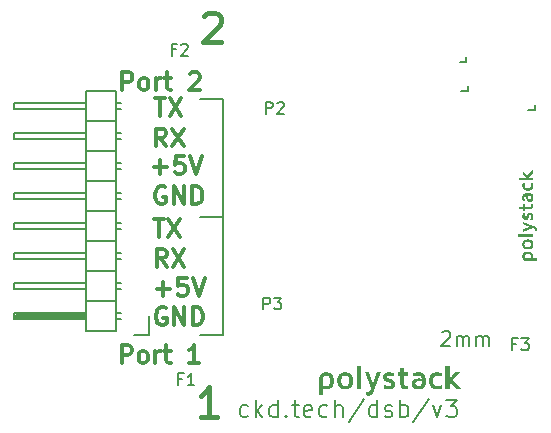
<source format=gto>
G04 #@! TF.FileFunction,Legend,Top*
%FSLAX46Y46*%
G04 Gerber Fmt 4.6, Leading zero omitted, Abs format (unit mm)*
G04 Created by KiCad (PCBNEW 4.0.1-stable) date Tuesday, May 31, 2016 'PMt' 11:12:23 PM*
%MOMM*%
G01*
G04 APERTURE LIST*
%ADD10C,0.100000*%
%ADD11C,0.400000*%
%ADD12C,0.200000*%
%ADD13C,0.300000*%
%ADD14C,0.150000*%
G04 APERTURE END LIST*
D10*
D11*
X137485714Y-90969048D02*
X137604762Y-90850000D01*
X137842857Y-90730952D01*
X138438095Y-90730952D01*
X138676191Y-90850000D01*
X138795238Y-90969048D01*
X138914286Y-91207143D01*
X138914286Y-91445238D01*
X138795238Y-91802381D01*
X137366667Y-93230952D01*
X138914286Y-93230952D01*
X138614286Y-124930952D02*
X137185714Y-124930952D01*
X137900000Y-124930952D02*
X137900000Y-122430952D01*
X137661905Y-122788095D01*
X137423810Y-123026190D01*
X137185714Y-123145238D01*
D12*
X157626190Y-117784524D02*
X157685714Y-117725000D01*
X157804762Y-117665476D01*
X158102381Y-117665476D01*
X158221428Y-117725000D01*
X158280952Y-117784524D01*
X158340476Y-117903571D01*
X158340476Y-118022619D01*
X158280952Y-118201190D01*
X157566666Y-118915476D01*
X158340476Y-118915476D01*
X158876190Y-118915476D02*
X158876190Y-118082143D01*
X158876190Y-118201190D02*
X158935714Y-118141667D01*
X159054761Y-118082143D01*
X159233333Y-118082143D01*
X159352381Y-118141667D01*
X159411904Y-118260714D01*
X159411904Y-118915476D01*
X159411904Y-118260714D02*
X159471428Y-118141667D01*
X159590476Y-118082143D01*
X159769047Y-118082143D01*
X159888095Y-118141667D01*
X159947619Y-118260714D01*
X159947619Y-118915476D01*
X160542857Y-118915476D02*
X160542857Y-118082143D01*
X160542857Y-118201190D02*
X160602381Y-118141667D01*
X160721428Y-118082143D01*
X160900000Y-118082143D01*
X161019048Y-118141667D01*
X161078571Y-118260714D01*
X161078571Y-118915476D01*
X161078571Y-118260714D02*
X161138095Y-118141667D01*
X161257143Y-118082143D01*
X161435714Y-118082143D01*
X161554762Y-118141667D01*
X161614286Y-118260714D01*
X161614286Y-118915476D01*
X141210000Y-124907143D02*
X141067143Y-124978571D01*
X140781429Y-124978571D01*
X140638571Y-124907143D01*
X140567143Y-124835714D01*
X140495714Y-124692857D01*
X140495714Y-124264286D01*
X140567143Y-124121429D01*
X140638571Y-124050000D01*
X140781429Y-123978571D01*
X141067143Y-123978571D01*
X141210000Y-124050000D01*
X141852857Y-124978571D02*
X141852857Y-123478571D01*
X141995714Y-124407143D02*
X142424285Y-124978571D01*
X142424285Y-123978571D02*
X141852857Y-124550000D01*
X143710000Y-124978571D02*
X143710000Y-123478571D01*
X143710000Y-124907143D02*
X143567143Y-124978571D01*
X143281429Y-124978571D01*
X143138571Y-124907143D01*
X143067143Y-124835714D01*
X142995714Y-124692857D01*
X142995714Y-124264286D01*
X143067143Y-124121429D01*
X143138571Y-124050000D01*
X143281429Y-123978571D01*
X143567143Y-123978571D01*
X143710000Y-124050000D01*
X144424286Y-124835714D02*
X144495714Y-124907143D01*
X144424286Y-124978571D01*
X144352857Y-124907143D01*
X144424286Y-124835714D01*
X144424286Y-124978571D01*
X144924286Y-123978571D02*
X145495715Y-123978571D01*
X145138572Y-123478571D02*
X145138572Y-124764286D01*
X145210000Y-124907143D01*
X145352858Y-124978571D01*
X145495715Y-124978571D01*
X146567143Y-124907143D02*
X146424286Y-124978571D01*
X146138572Y-124978571D01*
X145995715Y-124907143D01*
X145924286Y-124764286D01*
X145924286Y-124192857D01*
X145995715Y-124050000D01*
X146138572Y-123978571D01*
X146424286Y-123978571D01*
X146567143Y-124050000D01*
X146638572Y-124192857D01*
X146638572Y-124335714D01*
X145924286Y-124478571D01*
X147924286Y-124907143D02*
X147781429Y-124978571D01*
X147495715Y-124978571D01*
X147352857Y-124907143D01*
X147281429Y-124835714D01*
X147210000Y-124692857D01*
X147210000Y-124264286D01*
X147281429Y-124121429D01*
X147352857Y-124050000D01*
X147495715Y-123978571D01*
X147781429Y-123978571D01*
X147924286Y-124050000D01*
X148567143Y-124978571D02*
X148567143Y-123478571D01*
X149210000Y-124978571D02*
X149210000Y-124192857D01*
X149138571Y-124050000D01*
X148995714Y-123978571D01*
X148781429Y-123978571D01*
X148638571Y-124050000D01*
X148567143Y-124121429D01*
X150995714Y-123407143D02*
X149710000Y-125335714D01*
X152138572Y-124978571D02*
X152138572Y-123478571D01*
X152138572Y-124907143D02*
X151995715Y-124978571D01*
X151710001Y-124978571D01*
X151567143Y-124907143D01*
X151495715Y-124835714D01*
X151424286Y-124692857D01*
X151424286Y-124264286D01*
X151495715Y-124121429D01*
X151567143Y-124050000D01*
X151710001Y-123978571D01*
X151995715Y-123978571D01*
X152138572Y-124050000D01*
X152781429Y-124907143D02*
X152924286Y-124978571D01*
X153210001Y-124978571D01*
X153352858Y-124907143D01*
X153424286Y-124764286D01*
X153424286Y-124692857D01*
X153352858Y-124550000D01*
X153210001Y-124478571D01*
X152995715Y-124478571D01*
X152852858Y-124407143D01*
X152781429Y-124264286D01*
X152781429Y-124192857D01*
X152852858Y-124050000D01*
X152995715Y-123978571D01*
X153210001Y-123978571D01*
X153352858Y-124050000D01*
X154067144Y-124978571D02*
X154067144Y-123478571D01*
X154067144Y-124050000D02*
X154210001Y-123978571D01*
X154495715Y-123978571D01*
X154638572Y-124050000D01*
X154710001Y-124121429D01*
X154781430Y-124264286D01*
X154781430Y-124692857D01*
X154710001Y-124835714D01*
X154638572Y-124907143D01*
X154495715Y-124978571D01*
X154210001Y-124978571D01*
X154067144Y-124907143D01*
X156495715Y-123407143D02*
X155210001Y-125335714D01*
X156852859Y-123978571D02*
X157210002Y-124978571D01*
X157567144Y-123978571D01*
X157995716Y-123478571D02*
X158924287Y-123478571D01*
X158424287Y-124050000D01*
X158638573Y-124050000D01*
X158781430Y-124121429D01*
X158852859Y-124192857D01*
X158924287Y-124335714D01*
X158924287Y-124692857D01*
X158852859Y-124835714D01*
X158781430Y-124907143D01*
X158638573Y-124978571D01*
X158210001Y-124978571D01*
X158067144Y-124907143D01*
X157995716Y-124835714D01*
D13*
X130507143Y-120378571D02*
X130507143Y-118878571D01*
X131078571Y-118878571D01*
X131221429Y-118950000D01*
X131292857Y-119021429D01*
X131364286Y-119164286D01*
X131364286Y-119378571D01*
X131292857Y-119521429D01*
X131221429Y-119592857D01*
X131078571Y-119664286D01*
X130507143Y-119664286D01*
X132221429Y-120378571D02*
X132078571Y-120307143D01*
X132007143Y-120235714D01*
X131935714Y-120092857D01*
X131935714Y-119664286D01*
X132007143Y-119521429D01*
X132078571Y-119450000D01*
X132221429Y-119378571D01*
X132435714Y-119378571D01*
X132578571Y-119450000D01*
X132650000Y-119521429D01*
X132721429Y-119664286D01*
X132721429Y-120092857D01*
X132650000Y-120235714D01*
X132578571Y-120307143D01*
X132435714Y-120378571D01*
X132221429Y-120378571D01*
X133364286Y-120378571D02*
X133364286Y-119378571D01*
X133364286Y-119664286D02*
X133435714Y-119521429D01*
X133507143Y-119450000D01*
X133650000Y-119378571D01*
X133792857Y-119378571D01*
X134078571Y-119378571D02*
X134650000Y-119378571D01*
X134292857Y-118878571D02*
X134292857Y-120164286D01*
X134364285Y-120307143D01*
X134507143Y-120378571D01*
X134650000Y-120378571D01*
X137078571Y-120378571D02*
X136221428Y-120378571D01*
X136650000Y-120378571D02*
X136650000Y-118878571D01*
X136507143Y-119092857D01*
X136364285Y-119235714D01*
X136221428Y-119307143D01*
X130557143Y-97278571D02*
X130557143Y-95778571D01*
X131128571Y-95778571D01*
X131271429Y-95850000D01*
X131342857Y-95921429D01*
X131414286Y-96064286D01*
X131414286Y-96278571D01*
X131342857Y-96421429D01*
X131271429Y-96492857D01*
X131128571Y-96564286D01*
X130557143Y-96564286D01*
X132271429Y-97278571D02*
X132128571Y-97207143D01*
X132057143Y-97135714D01*
X131985714Y-96992857D01*
X131985714Y-96564286D01*
X132057143Y-96421429D01*
X132128571Y-96350000D01*
X132271429Y-96278571D01*
X132485714Y-96278571D01*
X132628571Y-96350000D01*
X132700000Y-96421429D01*
X132771429Y-96564286D01*
X132771429Y-96992857D01*
X132700000Y-97135714D01*
X132628571Y-97207143D01*
X132485714Y-97278571D01*
X132271429Y-97278571D01*
X133414286Y-97278571D02*
X133414286Y-96278571D01*
X133414286Y-96564286D02*
X133485714Y-96421429D01*
X133557143Y-96350000D01*
X133700000Y-96278571D01*
X133842857Y-96278571D01*
X134128571Y-96278571D02*
X134700000Y-96278571D01*
X134342857Y-95778571D02*
X134342857Y-97064286D01*
X134414285Y-97207143D01*
X134557143Y-97278571D01*
X134700000Y-97278571D01*
X136271428Y-95921429D02*
X136342857Y-95850000D01*
X136485714Y-95778571D01*
X136842857Y-95778571D01*
X136985714Y-95850000D01*
X137057143Y-95921429D01*
X137128571Y-96064286D01*
X137128571Y-96207143D01*
X137057143Y-96421429D01*
X136200000Y-97278571D01*
X137128571Y-97278571D01*
D12*
X139100000Y-98000000D02*
X137100000Y-98000000D01*
X139100000Y-108000000D02*
X139100000Y-98000000D01*
X139100000Y-118000000D02*
X137100000Y-118000000D01*
X139100000Y-108000000D02*
X139100000Y-118000000D01*
X137100000Y-108000000D02*
X139100000Y-108000000D01*
D13*
X133242857Y-108228571D02*
X134100000Y-108228571D01*
X133671429Y-109728571D02*
X133671429Y-108228571D01*
X134457143Y-108228571D02*
X135457143Y-109728571D01*
X135457143Y-108228571D02*
X134457143Y-109728571D01*
X134314286Y-112228571D02*
X133814286Y-111514286D01*
X133457143Y-112228571D02*
X133457143Y-110728571D01*
X134028571Y-110728571D01*
X134171429Y-110800000D01*
X134242857Y-110871429D01*
X134314286Y-111014286D01*
X134314286Y-111228571D01*
X134242857Y-111371429D01*
X134171429Y-111442857D01*
X134028571Y-111514286D01*
X133457143Y-111514286D01*
X134814286Y-110728571D02*
X135814286Y-112228571D01*
X135814286Y-110728571D02*
X134814286Y-112228571D01*
X133457143Y-114107143D02*
X134600000Y-114107143D01*
X134028571Y-114678571D02*
X134028571Y-113535714D01*
X136028572Y-113178571D02*
X135314286Y-113178571D01*
X135242857Y-113892857D01*
X135314286Y-113821429D01*
X135457143Y-113750000D01*
X135814286Y-113750000D01*
X135957143Y-113821429D01*
X136028572Y-113892857D01*
X136100000Y-114035714D01*
X136100000Y-114392857D01*
X136028572Y-114535714D01*
X135957143Y-114607143D01*
X135814286Y-114678571D01*
X135457143Y-114678571D01*
X135314286Y-114607143D01*
X135242857Y-114535714D01*
X136528571Y-113178571D02*
X137028571Y-114678571D01*
X137528571Y-113178571D01*
X134242857Y-115750000D02*
X134100000Y-115678571D01*
X133885714Y-115678571D01*
X133671429Y-115750000D01*
X133528571Y-115892857D01*
X133457143Y-116035714D01*
X133385714Y-116321429D01*
X133385714Y-116535714D01*
X133457143Y-116821429D01*
X133528571Y-116964286D01*
X133671429Y-117107143D01*
X133885714Y-117178571D01*
X134028571Y-117178571D01*
X134242857Y-117107143D01*
X134314286Y-117035714D01*
X134314286Y-116535714D01*
X134028571Y-116535714D01*
X134957143Y-117178571D02*
X134957143Y-115678571D01*
X135814286Y-117178571D01*
X135814286Y-115678571D01*
X136528572Y-117178571D02*
X136528572Y-115678571D01*
X136885715Y-115678571D01*
X137100000Y-115750000D01*
X137242858Y-115892857D01*
X137314286Y-116035714D01*
X137385715Y-116321429D01*
X137385715Y-116535714D01*
X137314286Y-116821429D01*
X137242858Y-116964286D01*
X137100000Y-117107143D01*
X136885715Y-117178571D01*
X136528572Y-117178571D01*
X134192857Y-105500000D02*
X134050000Y-105428571D01*
X133835714Y-105428571D01*
X133621429Y-105500000D01*
X133478571Y-105642857D01*
X133407143Y-105785714D01*
X133335714Y-106071429D01*
X133335714Y-106285714D01*
X133407143Y-106571429D01*
X133478571Y-106714286D01*
X133621429Y-106857143D01*
X133835714Y-106928571D01*
X133978571Y-106928571D01*
X134192857Y-106857143D01*
X134264286Y-106785714D01*
X134264286Y-106285714D01*
X133978571Y-106285714D01*
X134907143Y-106928571D02*
X134907143Y-105428571D01*
X135764286Y-106928571D01*
X135764286Y-105428571D01*
X136478572Y-106928571D02*
X136478572Y-105428571D01*
X136835715Y-105428571D01*
X137050000Y-105500000D01*
X137192858Y-105642857D01*
X137264286Y-105785714D01*
X137335715Y-106071429D01*
X137335715Y-106285714D01*
X137264286Y-106571429D01*
X137192858Y-106714286D01*
X137050000Y-106857143D01*
X136835715Y-106928571D01*
X136478572Y-106928571D01*
X133207143Y-103807143D02*
X134350000Y-103807143D01*
X133778571Y-104378571D02*
X133778571Y-103235714D01*
X135778572Y-102878571D02*
X135064286Y-102878571D01*
X134992857Y-103592857D01*
X135064286Y-103521429D01*
X135207143Y-103450000D01*
X135564286Y-103450000D01*
X135707143Y-103521429D01*
X135778572Y-103592857D01*
X135850000Y-103735714D01*
X135850000Y-104092857D01*
X135778572Y-104235714D01*
X135707143Y-104307143D01*
X135564286Y-104378571D01*
X135207143Y-104378571D01*
X135064286Y-104307143D01*
X134992857Y-104235714D01*
X136278571Y-102878571D02*
X136778571Y-104378571D01*
X137278571Y-102878571D01*
X134264286Y-102028571D02*
X133764286Y-101314286D01*
X133407143Y-102028571D02*
X133407143Y-100528571D01*
X133978571Y-100528571D01*
X134121429Y-100600000D01*
X134192857Y-100671429D01*
X134264286Y-100814286D01*
X134264286Y-101028571D01*
X134192857Y-101171429D01*
X134121429Y-101242857D01*
X133978571Y-101314286D01*
X133407143Y-101314286D01*
X134764286Y-100528571D02*
X135764286Y-102028571D01*
X135764286Y-100528571D02*
X134764286Y-102028571D01*
X133342857Y-97928571D02*
X134200000Y-97928571D01*
X133771429Y-99428571D02*
X133771429Y-97928571D01*
X134557143Y-97928571D02*
X135557143Y-99428571D01*
X135557143Y-97928571D02*
X134557143Y-99428571D01*
D14*
X159109620Y-94920560D02*
X159678580Y-94920560D01*
X159678580Y-94920560D02*
X159678580Y-94509080D01*
X164947700Y-98920560D02*
X165516660Y-98920560D01*
X165516660Y-98920560D02*
X165516660Y-98509080D01*
X159259620Y-97370560D02*
X159828580Y-97370560D01*
X159828580Y-97370560D02*
X159828580Y-96959080D01*
X132850000Y-117980000D02*
X132850000Y-116430000D01*
X131550000Y-117980000D02*
X132850000Y-117980000D01*
X127359000Y-116557000D02*
X121517000Y-116557000D01*
X121517000Y-116557000D02*
X121517000Y-116303000D01*
X121517000Y-116303000D02*
X127359000Y-116303000D01*
X127359000Y-116303000D02*
X127359000Y-116430000D01*
X127359000Y-116430000D02*
X121517000Y-116430000D01*
X130026000Y-98904000D02*
X130407000Y-98904000D01*
X130026000Y-98396000D02*
X130407000Y-98396000D01*
X130026000Y-116684000D02*
X130407000Y-116684000D01*
X130026000Y-116176000D02*
X130407000Y-116176000D01*
X130026000Y-114144000D02*
X130407000Y-114144000D01*
X130026000Y-113636000D02*
X130407000Y-113636000D01*
X130026000Y-111604000D02*
X130407000Y-111604000D01*
X130026000Y-111096000D02*
X130407000Y-111096000D01*
X130026000Y-100936000D02*
X130407000Y-100936000D01*
X130026000Y-101444000D02*
X130407000Y-101444000D01*
X130026000Y-103476000D02*
X130407000Y-103476000D01*
X130026000Y-103984000D02*
X130407000Y-103984000D01*
X130026000Y-106016000D02*
X130407000Y-106016000D01*
X130026000Y-106524000D02*
X130407000Y-106524000D01*
X130026000Y-108556000D02*
X130407000Y-108556000D01*
X130026000Y-109064000D02*
X130407000Y-109064000D01*
X130026000Y-102460000D02*
X127486000Y-102460000D01*
X130026000Y-102460000D02*
X130026000Y-99920000D01*
X130026000Y-99920000D02*
X127486000Y-99920000D01*
X127486000Y-101444000D02*
X121390000Y-101444000D01*
X121390000Y-101444000D02*
X121390000Y-100936000D01*
X121390000Y-100936000D02*
X127486000Y-100936000D01*
X127486000Y-99920000D02*
X127486000Y-102460000D01*
X127486000Y-97380000D02*
X127486000Y-99920000D01*
X121390000Y-98396000D02*
X127486000Y-98396000D01*
X121390000Y-98904000D02*
X121390000Y-98396000D01*
X127486000Y-98904000D02*
X121390000Y-98904000D01*
X130026000Y-99920000D02*
X130026000Y-97380000D01*
X130026000Y-99920000D02*
X127486000Y-99920000D01*
X130026000Y-97380000D02*
X127486000Y-97380000D01*
X130026000Y-117700000D02*
X127486000Y-117700000D01*
X130026000Y-115160000D02*
X127486000Y-115160000D01*
X130026000Y-115160000D02*
X130026000Y-112620000D01*
X130026000Y-112620000D02*
X127486000Y-112620000D01*
X127486000Y-114144000D02*
X121390000Y-114144000D01*
X121390000Y-114144000D02*
X121390000Y-113636000D01*
X121390000Y-113636000D02*
X127486000Y-113636000D01*
X127486000Y-112620000D02*
X127486000Y-115160000D01*
X127486000Y-115160000D02*
X127486000Y-117700000D01*
X121390000Y-116176000D02*
X127486000Y-116176000D01*
X121390000Y-116684000D02*
X121390000Y-116176000D01*
X127486000Y-116684000D02*
X121390000Y-116684000D01*
X130026000Y-115160000D02*
X127486000Y-115160000D01*
X130026000Y-117700000D02*
X130026000Y-115160000D01*
X130026000Y-107540000D02*
X127486000Y-107540000D01*
X130026000Y-107540000D02*
X130026000Y-105000000D01*
X130026000Y-105000000D02*
X127486000Y-105000000D01*
X127486000Y-106524000D02*
X121390000Y-106524000D01*
X121390000Y-106524000D02*
X121390000Y-106016000D01*
X121390000Y-106016000D02*
X127486000Y-106016000D01*
X127486000Y-105000000D02*
X127486000Y-107540000D01*
X127486000Y-102460000D02*
X127486000Y-105000000D01*
X121390000Y-103476000D02*
X127486000Y-103476000D01*
X121390000Y-103984000D02*
X121390000Y-103476000D01*
X127486000Y-103984000D02*
X121390000Y-103984000D01*
X130026000Y-102460000D02*
X127486000Y-102460000D01*
X130026000Y-105000000D02*
X130026000Y-102460000D01*
X130026000Y-105000000D02*
X127486000Y-105000000D01*
X130026000Y-110080000D02*
X127486000Y-110080000D01*
X130026000Y-110080000D02*
X130026000Y-107540000D01*
X130026000Y-107540000D02*
X127486000Y-107540000D01*
X127486000Y-109064000D02*
X121390000Y-109064000D01*
X121390000Y-109064000D02*
X121390000Y-108556000D01*
X121390000Y-108556000D02*
X127486000Y-108556000D01*
X127486000Y-107540000D02*
X127486000Y-110080000D01*
X127486000Y-110080000D02*
X127486000Y-112620000D01*
X121390000Y-111096000D02*
X127486000Y-111096000D01*
X121390000Y-111604000D02*
X121390000Y-111096000D01*
X127486000Y-111604000D02*
X121390000Y-111604000D01*
X130026000Y-110080000D02*
X127486000Y-110080000D01*
X130026000Y-112620000D02*
X130026000Y-110080000D01*
X130026000Y-112620000D02*
X127486000Y-112620000D01*
D10*
G36*
X147250711Y-123116801D02*
X147609048Y-122346439D01*
X147628025Y-122348854D01*
X147646638Y-122351038D01*
X147664888Y-122352993D01*
X147682773Y-122354717D01*
X147700296Y-122356212D01*
X147717454Y-122357477D01*
X147734249Y-122358512D01*
X147750680Y-122359317D01*
X147766748Y-122359892D01*
X147782452Y-122360236D01*
X147797792Y-122360351D01*
X147816813Y-122360022D01*
X147835290Y-122359035D01*
X147853223Y-122357390D01*
X147870613Y-122355087D01*
X147887460Y-122352126D01*
X147903762Y-122348506D01*
X147919522Y-122344229D01*
X147934737Y-122339293D01*
X147949409Y-122333700D01*
X147963538Y-122327448D01*
X147977123Y-122320539D01*
X147990164Y-122312971D01*
X148002662Y-122304745D01*
X148014616Y-122295861D01*
X148026026Y-122286319D01*
X148036893Y-122276119D01*
X148047217Y-122265261D01*
X148054930Y-122256190D01*
X148062284Y-122246515D01*
X148069280Y-122236237D01*
X148075916Y-122225355D01*
X148082194Y-122213870D01*
X148088114Y-122201781D01*
X148093674Y-122189088D01*
X148098876Y-122175792D01*
X148103719Y-122161893D01*
X148108203Y-122147390D01*
X148112329Y-122132283D01*
X148116096Y-122116573D01*
X148119504Y-122100259D01*
X148122553Y-122083342D01*
X148125244Y-122065821D01*
X148127576Y-122047696D01*
X148129549Y-122028968D01*
X148131163Y-122009637D01*
X148132419Y-121989702D01*
X148133316Y-121969163D01*
X148133854Y-121948021D01*
X148134033Y-121926275D01*
X148133899Y-121904009D01*
X148133498Y-121882313D01*
X148132829Y-121861186D01*
X148131892Y-121840629D01*
X148130688Y-121820642D01*
X148129216Y-121801223D01*
X148127476Y-121782375D01*
X148125469Y-121764096D01*
X148123194Y-121746386D01*
X148120651Y-121729246D01*
X148117841Y-121712675D01*
X148114763Y-121696674D01*
X148111418Y-121681242D01*
X148107805Y-121666380D01*
X148103924Y-121652087D01*
X148099776Y-121638364D01*
X148095360Y-121625210D01*
X148090676Y-121612626D01*
X148085725Y-121600611D01*
X148080506Y-121589166D01*
X148075019Y-121578291D01*
X148069265Y-121567984D01*
X148061312Y-121555395D01*
X148052691Y-121543568D01*
X148043402Y-121532504D01*
X148033446Y-121522204D01*
X148022822Y-121512666D01*
X148011531Y-121503892D01*
X147999572Y-121495880D01*
X147986945Y-121488631D01*
X147973651Y-121482146D01*
X147959690Y-121476423D01*
X147945061Y-121471464D01*
X147929764Y-121467267D01*
X147913800Y-121463834D01*
X147897168Y-121461163D01*
X147879869Y-121459256D01*
X147861902Y-121458111D01*
X147843267Y-121457730D01*
X147821698Y-121458016D01*
X147801087Y-121458876D01*
X147781435Y-121460309D01*
X147762742Y-121462315D01*
X147745007Y-121464894D01*
X147728231Y-121468046D01*
X147712413Y-121471771D01*
X147697555Y-121476069D01*
X147683654Y-121480941D01*
X147670713Y-121486386D01*
X147658730Y-121492403D01*
X147647705Y-121498994D01*
X147637640Y-121506158D01*
X147628533Y-121513896D01*
X147620384Y-121522206D01*
X147613195Y-121531089D01*
X147606963Y-121540546D01*
X147601691Y-121550575D01*
X147597377Y-121561178D01*
X147594022Y-121572354D01*
X147591625Y-121584103D01*
X147590187Y-121596425D01*
X147589708Y-121609321D01*
X147589708Y-122343813D01*
X147589708Y-122343794D01*
X147609048Y-122346439D01*
X147250711Y-123116801D01*
X147250711Y-121640929D01*
X147250984Y-121624138D01*
X147251805Y-121607555D01*
X147253172Y-121591180D01*
X147255087Y-121575013D01*
X147257549Y-121559055D01*
X147260557Y-121543305D01*
X147264113Y-121527764D01*
X147268216Y-121512431D01*
X147272866Y-121497306D01*
X147278063Y-121482390D01*
X147283807Y-121467682D01*
X147290098Y-121453182D01*
X147296936Y-121438891D01*
X147304321Y-121424808D01*
X147312253Y-121410933D01*
X147320733Y-121397267D01*
X147329759Y-121383809D01*
X147339332Y-121370559D01*
X147349453Y-121357518D01*
X147360120Y-121344685D01*
X147371335Y-121332061D01*
X147383096Y-121319645D01*
X147395405Y-121307437D01*
X147405664Y-121297910D01*
X147416293Y-121288717D01*
X147427293Y-121279859D01*
X147438663Y-121271334D01*
X147450403Y-121263144D01*
X147462514Y-121255289D01*
X147474995Y-121247768D01*
X147487846Y-121240580D01*
X147501068Y-121233728D01*
X147514660Y-121227209D01*
X147528622Y-121221025D01*
X147542955Y-121215175D01*
X147557658Y-121209659D01*
X147572731Y-121204478D01*
X147588174Y-121199631D01*
X147603988Y-121195118D01*
X147620172Y-121190940D01*
X147636727Y-121187095D01*
X147653652Y-121183585D01*
X147670947Y-121180410D01*
X147688612Y-121177568D01*
X147706648Y-121175061D01*
X147725054Y-121172888D01*
X147743830Y-121171050D01*
X147762977Y-121169546D01*
X147782494Y-121168376D01*
X147802381Y-121167540D01*
X147822639Y-121167038D01*
X147843267Y-121166871D01*
X147860816Y-121167045D01*
X147878321Y-121167565D01*
X147895783Y-121168432D01*
X147913203Y-121169647D01*
X147930579Y-121171208D01*
X147947912Y-121173116D01*
X147965202Y-121175370D01*
X147982449Y-121177972D01*
X147996739Y-121180549D01*
X148011498Y-121183839D01*
X148026725Y-121187843D01*
X148042421Y-121192560D01*
X148058586Y-121197991D01*
X148075218Y-121204135D01*
X148092320Y-121210993D01*
X148109890Y-121218564D01*
X148127928Y-121226848D01*
X148146435Y-121235846D01*
X148162092Y-121243849D01*
X148177365Y-121252234D01*
X148192255Y-121261002D01*
X148206763Y-121270152D01*
X148220888Y-121279685D01*
X148234630Y-121289600D01*
X148247989Y-121299898D01*
X148260966Y-121310579D01*
X148273560Y-121321642D01*
X148285770Y-121333088D01*
X148297599Y-121344916D01*
X148309044Y-121357127D01*
X148317968Y-121367361D01*
X148326732Y-121378219D01*
X148335337Y-121389703D01*
X148343783Y-121401811D01*
X148352069Y-121414543D01*
X148360197Y-121427901D01*
X148368165Y-121441882D01*
X148375974Y-121456489D01*
X148383623Y-121471720D01*
X148391114Y-121487576D01*
X148398445Y-121504057D01*
X148405617Y-121521162D01*
X148412630Y-121538892D01*
X148419483Y-121557246D01*
X148426177Y-121576225D01*
X148431014Y-121590670D01*
X148435603Y-121605343D01*
X148439944Y-121620243D01*
X148444037Y-121635370D01*
X148447881Y-121650725D01*
X148451478Y-121666307D01*
X148454827Y-121682117D01*
X148457927Y-121698154D01*
X148460780Y-121714419D01*
X148463384Y-121730911D01*
X148465741Y-121747631D01*
X148467849Y-121764578D01*
X148469709Y-121781753D01*
X148471322Y-121799155D01*
X148472686Y-121816784D01*
X148473802Y-121834641D01*
X148474670Y-121852726D01*
X148475290Y-121871038D01*
X148475663Y-121889577D01*
X148475787Y-121908344D01*
X148475640Y-121928471D01*
X148475200Y-121948321D01*
X148474467Y-121967894D01*
X148473441Y-121987191D01*
X148472121Y-122006211D01*
X148470508Y-122024955D01*
X148468602Y-122043422D01*
X148466403Y-122061613D01*
X148463910Y-122079527D01*
X148461124Y-122097165D01*
X148458045Y-122114526D01*
X148454673Y-122131610D01*
X148451007Y-122148419D01*
X148447048Y-122164950D01*
X148442796Y-122181205D01*
X148438251Y-122197184D01*
X148433412Y-122212886D01*
X148428280Y-122228311D01*
X148422855Y-122243460D01*
X148417137Y-122258332D01*
X148411125Y-122272928D01*
X148404820Y-122287248D01*
X148398222Y-122301291D01*
X148391330Y-122315057D01*
X148384146Y-122328547D01*
X148376668Y-122341760D01*
X148368897Y-122354697D01*
X148360832Y-122367357D01*
X148352475Y-122379741D01*
X148343824Y-122391848D01*
X148334880Y-122403678D01*
X148325642Y-122415232D01*
X148316112Y-122426510D01*
X148306288Y-122437511D01*
X148295881Y-122448532D01*
X148285206Y-122459214D01*
X148274263Y-122469557D01*
X148263051Y-122479561D01*
X148251571Y-122489226D01*
X148239823Y-122498552D01*
X148227807Y-122507538D01*
X148215522Y-122516186D01*
X148202969Y-122524494D01*
X148190148Y-122532463D01*
X148177059Y-122540094D01*
X148163701Y-122547385D01*
X148150075Y-122554336D01*
X148136181Y-122560949D01*
X148122018Y-122567223D01*
X148107587Y-122573157D01*
X148092888Y-122578753D01*
X148077921Y-122584009D01*
X148062685Y-122588926D01*
X148047181Y-122593504D01*
X148031409Y-122597743D01*
X148015369Y-122601643D01*
X147999060Y-122605204D01*
X147982483Y-122608425D01*
X147965638Y-122611308D01*
X147948524Y-122613851D01*
X147931143Y-122616056D01*
X147913493Y-122617921D01*
X147895574Y-122619447D01*
X147877388Y-122620634D01*
X147858933Y-122621481D01*
X147840210Y-122621990D01*
X147821218Y-122622160D01*
X147804316Y-122622033D01*
X147787471Y-122621654D01*
X147770681Y-122621021D01*
X147753948Y-122620135D01*
X147737271Y-122618997D01*
X147720650Y-122617605D01*
X147704085Y-122615960D01*
X147687577Y-122614062D01*
X147671125Y-122611911D01*
X147654729Y-122609508D01*
X147638389Y-122606851D01*
X147622106Y-122603941D01*
X147605879Y-122600778D01*
X147589708Y-122597362D01*
X147589708Y-123116876D01*
X147250711Y-123116876D01*
X147250711Y-123116801D01*
X147250711Y-123116801D01*
G37*
G36*
X148933295Y-122429157D02*
X149123818Y-121656816D01*
X149120019Y-121672623D01*
X149116552Y-121689136D01*
X149113414Y-121706356D01*
X149110607Y-121724281D01*
X149108130Y-121742913D01*
X149105983Y-121762250D01*
X149104166Y-121782294D01*
X149102680Y-121803044D01*
X149101524Y-121824500D01*
X149100698Y-121846662D01*
X149100203Y-121869530D01*
X149100038Y-121893104D01*
X149100203Y-121916557D01*
X149100698Y-121939308D01*
X149101524Y-121961360D01*
X149102680Y-121982711D01*
X149104166Y-122003361D01*
X149105983Y-122023311D01*
X149108130Y-122042561D01*
X149110607Y-122061110D01*
X149113414Y-122078959D01*
X149116552Y-122096108D01*
X149120019Y-122112556D01*
X149123818Y-122128303D01*
X149127946Y-122143350D01*
X149132405Y-122157697D01*
X149137194Y-122171343D01*
X149142313Y-122184289D01*
X149147762Y-122196535D01*
X149153542Y-122208080D01*
X149159652Y-122218924D01*
X149166093Y-122229069D01*
X149172863Y-122238512D01*
X149179964Y-122247256D01*
X149189825Y-122257641D01*
X149200277Y-122267397D01*
X149211320Y-122276524D01*
X149222955Y-122285021D01*
X149235181Y-122292888D01*
X149247998Y-122300127D01*
X149261407Y-122306736D01*
X149275406Y-122312715D01*
X149289997Y-122318065D01*
X149305180Y-122322786D01*
X149320953Y-122326877D01*
X149337318Y-122330339D01*
X149354274Y-122333171D01*
X149371821Y-122335374D01*
X149389960Y-122336948D01*
X149408690Y-122337892D01*
X149428011Y-122338206D01*
X149447327Y-122337892D01*
X149466043Y-122336948D01*
X149484158Y-122335374D01*
X149501672Y-122333171D01*
X149518585Y-122330339D01*
X149534897Y-122326877D01*
X149550609Y-122322786D01*
X149565719Y-122318065D01*
X149580229Y-122312715D01*
X149594139Y-122306736D01*
X149607447Y-122300127D01*
X149620154Y-122292888D01*
X149632261Y-122285021D01*
X149643767Y-122276524D01*
X149654672Y-122267397D01*
X149664976Y-122257641D01*
X149674680Y-122247256D01*
X149681781Y-122238512D01*
X149688551Y-122229069D01*
X149694992Y-122218924D01*
X149701102Y-122208080D01*
X149706881Y-122196535D01*
X149712331Y-122184289D01*
X149717450Y-122171343D01*
X149722239Y-122157697D01*
X149726698Y-122143350D01*
X149730826Y-122128303D01*
X149734624Y-122112556D01*
X149738092Y-122096108D01*
X149741230Y-122078959D01*
X149744037Y-122061110D01*
X149746514Y-122042561D01*
X149748661Y-122023311D01*
X149750478Y-122003361D01*
X149751964Y-121982711D01*
X149753120Y-121961360D01*
X149753946Y-121939308D01*
X149754441Y-121916557D01*
X149754606Y-121893104D01*
X149754441Y-121869530D01*
X149753946Y-121846662D01*
X149753120Y-121824500D01*
X149751964Y-121803044D01*
X149750478Y-121782294D01*
X149748661Y-121762250D01*
X149746514Y-121742913D01*
X149744037Y-121724281D01*
X149741230Y-121706356D01*
X149738092Y-121689136D01*
X149734624Y-121672623D01*
X149730826Y-121656816D01*
X149726698Y-121641715D01*
X149722239Y-121627320D01*
X149717450Y-121613631D01*
X149712331Y-121600648D01*
X149706881Y-121588371D01*
X149701102Y-121576801D01*
X149694992Y-121565936D01*
X149688551Y-121555778D01*
X149681781Y-121546326D01*
X149674680Y-121537580D01*
X149664976Y-121527035D01*
X149654672Y-121517130D01*
X149643767Y-121507864D01*
X149632261Y-121499236D01*
X149620154Y-121491248D01*
X149607447Y-121483899D01*
X149594139Y-121477189D01*
X149580229Y-121471118D01*
X149565719Y-121465686D01*
X149550609Y-121460893D01*
X149534897Y-121456739D01*
X149518585Y-121453225D01*
X149501672Y-121450349D01*
X149484158Y-121448112D01*
X149466043Y-121446515D01*
X149447327Y-121445556D01*
X149428011Y-121445237D01*
X149408690Y-121445556D01*
X149389960Y-121446515D01*
X149371821Y-121448112D01*
X149354274Y-121450349D01*
X149337318Y-121453225D01*
X149320953Y-121456739D01*
X149305180Y-121460893D01*
X149289997Y-121465686D01*
X149275406Y-121471118D01*
X149261407Y-121477189D01*
X149247998Y-121483899D01*
X149235181Y-121491248D01*
X149222955Y-121499236D01*
X149211320Y-121507864D01*
X149200277Y-121517130D01*
X149189825Y-121527035D01*
X149179964Y-121537580D01*
X149172863Y-121546326D01*
X149166093Y-121555778D01*
X149159652Y-121565936D01*
X149153542Y-121576801D01*
X149147762Y-121588371D01*
X149142313Y-121600648D01*
X149137194Y-121613631D01*
X149132405Y-121627320D01*
X149127946Y-121641715D01*
X149123818Y-121656816D01*
X148933295Y-122429157D01*
X148923593Y-122418315D01*
X148914172Y-122407208D01*
X148905031Y-122395834D01*
X148896173Y-122384196D01*
X148887595Y-122372292D01*
X148879299Y-122360123D01*
X148871284Y-122347688D01*
X148863550Y-122334987D01*
X148856097Y-122322021D01*
X148848926Y-122308790D01*
X148842035Y-122295293D01*
X148835426Y-122281531D01*
X148829099Y-122267503D01*
X148823052Y-122253210D01*
X148817287Y-122238651D01*
X148811803Y-122223827D01*
X148806600Y-122208738D01*
X148801679Y-122193383D01*
X148797038Y-122177762D01*
X148792679Y-122161876D01*
X148788601Y-122145725D01*
X148784805Y-122129308D01*
X148781289Y-122112626D01*
X148778055Y-122095678D01*
X148775102Y-122078464D01*
X148772430Y-122060986D01*
X148770040Y-122043241D01*
X148767931Y-122025232D01*
X148766103Y-122006957D01*
X148764556Y-121988416D01*
X148763290Y-121969610D01*
X148762306Y-121950538D01*
X148761603Y-121931201D01*
X148761181Y-121911599D01*
X148761040Y-121891731D01*
X148761181Y-121871862D01*
X148761603Y-121852258D01*
X148762306Y-121832920D01*
X148763290Y-121813848D01*
X148764556Y-121795041D01*
X148766103Y-121776499D01*
X148767931Y-121758223D01*
X148770040Y-121740213D01*
X148772430Y-121722468D01*
X148775102Y-121704988D01*
X148778055Y-121687774D01*
X148781289Y-121670825D01*
X148784805Y-121654142D01*
X148788601Y-121637725D01*
X148792679Y-121621573D01*
X148797038Y-121605686D01*
X148801679Y-121590065D01*
X148806600Y-121574710D01*
X148811803Y-121559620D01*
X148817287Y-121544795D01*
X148823052Y-121530236D01*
X148829099Y-121515942D01*
X148835426Y-121501914D01*
X148842035Y-121488152D01*
X148848926Y-121474654D01*
X148856097Y-121461423D01*
X148863550Y-121448457D01*
X148871284Y-121435756D01*
X148879299Y-121423321D01*
X148887595Y-121411151D01*
X148896173Y-121399247D01*
X148905031Y-121387609D01*
X148914172Y-121376235D01*
X148923593Y-121365128D01*
X148933295Y-121354286D01*
X148943872Y-121343099D01*
X148954721Y-121332257D01*
X148965844Y-121321759D01*
X148977241Y-121311605D01*
X148988910Y-121301796D01*
X149000853Y-121292331D01*
X149013070Y-121283209D01*
X149025559Y-121274432D01*
X149038322Y-121266000D01*
X149051359Y-121257911D01*
X149064668Y-121250167D01*
X149078251Y-121242766D01*
X149092108Y-121235710D01*
X149106237Y-121228999D01*
X149120640Y-121222631D01*
X149135316Y-121216608D01*
X149150266Y-121210928D01*
X149165489Y-121205593D01*
X149180985Y-121200602D01*
X149196755Y-121195956D01*
X149212798Y-121191653D01*
X149229114Y-121187695D01*
X149245704Y-121184081D01*
X149262567Y-121180811D01*
X149279703Y-121177886D01*
X149297113Y-121175304D01*
X149314795Y-121173067D01*
X149332752Y-121171174D01*
X149350981Y-121169625D01*
X149369484Y-121168420D01*
X149388260Y-121167560D01*
X149407310Y-121167043D01*
X149426633Y-121166871D01*
X149446038Y-121167043D01*
X149465167Y-121167560D01*
X149484021Y-121168420D01*
X149502598Y-121169625D01*
X149520900Y-121171174D01*
X149538926Y-121173067D01*
X149556676Y-121175304D01*
X149574150Y-121177886D01*
X149591348Y-121180811D01*
X149608271Y-121184081D01*
X149624917Y-121187695D01*
X149641288Y-121191653D01*
X149657383Y-121195956D01*
X149673202Y-121200602D01*
X149688745Y-121205593D01*
X149704012Y-121210928D01*
X149719004Y-121216608D01*
X149733719Y-121222631D01*
X149748159Y-121228999D01*
X149762323Y-121235710D01*
X149776211Y-121242766D01*
X149789823Y-121250167D01*
X149803159Y-121257911D01*
X149816219Y-121266000D01*
X149829004Y-121274432D01*
X149841512Y-121283209D01*
X149853745Y-121292331D01*
X149865702Y-121301796D01*
X149877383Y-121311605D01*
X149888788Y-121321759D01*
X149899918Y-121332257D01*
X149910771Y-121343099D01*
X149921349Y-121354286D01*
X149931051Y-121365128D01*
X149940473Y-121376235D01*
X149949613Y-121387609D01*
X149958471Y-121399247D01*
X149967049Y-121411151D01*
X149975345Y-121423321D01*
X149983360Y-121435756D01*
X149991094Y-121448457D01*
X149998547Y-121461423D01*
X150005718Y-121474654D01*
X150012609Y-121488152D01*
X150019218Y-121501914D01*
X150025545Y-121515942D01*
X150031592Y-121530236D01*
X150037357Y-121544795D01*
X150042841Y-121559620D01*
X150048044Y-121574710D01*
X150052965Y-121590065D01*
X150057606Y-121605686D01*
X150061965Y-121621573D01*
X150066043Y-121637725D01*
X150069839Y-121654142D01*
X150073355Y-121670825D01*
X150076589Y-121687774D01*
X150079542Y-121704988D01*
X150082214Y-121722468D01*
X150084604Y-121740213D01*
X150086713Y-121758223D01*
X150088541Y-121776499D01*
X150090088Y-121795041D01*
X150091354Y-121813848D01*
X150092338Y-121832920D01*
X150093041Y-121852258D01*
X150093463Y-121871862D01*
X150093603Y-121891731D01*
X150093463Y-121911599D01*
X150093041Y-121931201D01*
X150092338Y-121950538D01*
X150091354Y-121969610D01*
X150090088Y-121988416D01*
X150088541Y-122006957D01*
X150086713Y-122025232D01*
X150084604Y-122043241D01*
X150082214Y-122060986D01*
X150079542Y-122078464D01*
X150076589Y-122095678D01*
X150073355Y-122112626D01*
X150069839Y-122129308D01*
X150066043Y-122145725D01*
X150061965Y-122161876D01*
X150057606Y-122177762D01*
X150052965Y-122193383D01*
X150048044Y-122208738D01*
X150042841Y-122223827D01*
X150037357Y-122238651D01*
X150031592Y-122253210D01*
X150025545Y-122267503D01*
X150019218Y-122281531D01*
X150012609Y-122295293D01*
X150005718Y-122308790D01*
X149998547Y-122322021D01*
X149991094Y-122334987D01*
X149983360Y-122347688D01*
X149975345Y-122360123D01*
X149967049Y-122372292D01*
X149958471Y-122384196D01*
X149949613Y-122395834D01*
X149940473Y-122407208D01*
X149931051Y-122418315D01*
X149921349Y-122429157D01*
X149910771Y-122440344D01*
X149899918Y-122451186D01*
X149888788Y-122461684D01*
X149877383Y-122471837D01*
X149865702Y-122481647D01*
X149853745Y-122491112D01*
X149841512Y-122500234D01*
X149829004Y-122509011D01*
X149816219Y-122517443D01*
X149803159Y-122525532D01*
X149789823Y-122533276D01*
X149776211Y-122540677D01*
X149762323Y-122547733D01*
X149748159Y-122554444D01*
X149733719Y-122560812D01*
X149719004Y-122566835D01*
X149704012Y-122572515D01*
X149688745Y-122577850D01*
X149673202Y-122582840D01*
X149657383Y-122587487D01*
X149641288Y-122591790D01*
X149624917Y-122595748D01*
X149608271Y-122599362D01*
X149591348Y-122602632D01*
X149574150Y-122605557D01*
X149556676Y-122608139D01*
X149538926Y-122610376D01*
X149520900Y-122612269D01*
X149502598Y-122613818D01*
X149484021Y-122615023D01*
X149465167Y-122615883D01*
X149446038Y-122616400D01*
X149426633Y-122616572D01*
X149407310Y-122616400D01*
X149388260Y-122615883D01*
X149369484Y-122615023D01*
X149350981Y-122613818D01*
X149332752Y-122612269D01*
X149314795Y-122610376D01*
X149297113Y-122608139D01*
X149279703Y-122605557D01*
X149262567Y-122602632D01*
X149245704Y-122599362D01*
X149229114Y-122595748D01*
X149212798Y-122591790D01*
X149196755Y-122587487D01*
X149180985Y-122582840D01*
X149165489Y-122577850D01*
X149150266Y-122572515D01*
X149135316Y-122566835D01*
X149120640Y-122560812D01*
X149106237Y-122554444D01*
X149092108Y-122547733D01*
X149078251Y-122540677D01*
X149064668Y-122533276D01*
X149051359Y-122525532D01*
X149038322Y-122517443D01*
X149025559Y-122509011D01*
X149013070Y-122500234D01*
X149000853Y-122491112D01*
X148988910Y-122481647D01*
X148977241Y-122471837D01*
X148965844Y-122461684D01*
X148954721Y-122451186D01*
X148943872Y-122440344D01*
X148933295Y-122429157D01*
X148933295Y-122429157D01*
G37*
G36*
X150457406Y-122594521D02*
X150457406Y-120650122D01*
X150796403Y-120650122D01*
X150796403Y-122594521D01*
X150457406Y-122594521D01*
X150457406Y-122594521D01*
G37*
G36*
X151102327Y-121186175D02*
X151461995Y-121186175D01*
X151777566Y-122168704D01*
X152087625Y-121186175D01*
X152445915Y-121186175D01*
X151909858Y-122628971D01*
X151902042Y-122649925D01*
X151894180Y-122670400D01*
X151886272Y-122690397D01*
X151878319Y-122709916D01*
X151870319Y-122728956D01*
X151862274Y-122747518D01*
X151854182Y-122765601D01*
X151846045Y-122783206D01*
X151837862Y-122800333D01*
X151829633Y-122816981D01*
X151821359Y-122833150D01*
X151813038Y-122848842D01*
X151804671Y-122864054D01*
X151796259Y-122878789D01*
X151787801Y-122893044D01*
X151779296Y-122906822D01*
X151770746Y-122920121D01*
X151762150Y-122932941D01*
X151753509Y-122945283D01*
X151744821Y-122957147D01*
X151736087Y-122968532D01*
X151727308Y-122979438D01*
X151718483Y-122989867D01*
X151709611Y-122999816D01*
X151700694Y-123009288D01*
X151691731Y-123018281D01*
X151682722Y-123026795D01*
X151673668Y-123034831D01*
X151664567Y-123042388D01*
X151649838Y-123054000D01*
X151635050Y-123064948D01*
X151620202Y-123075232D01*
X151605294Y-123084853D01*
X151590327Y-123093811D01*
X151575301Y-123102105D01*
X151560215Y-123109735D01*
X151545069Y-123116702D01*
X151529864Y-123123005D01*
X151514599Y-123128645D01*
X151499275Y-123133621D01*
X151483891Y-123137934D01*
X151468448Y-123141584D01*
X151452945Y-123144569D01*
X151437382Y-123146892D01*
X151421760Y-123148551D01*
X151406079Y-123149546D01*
X151390337Y-123149878D01*
X151374201Y-123149649D01*
X151358015Y-123148964D01*
X151341780Y-123147822D01*
X151325496Y-123146224D01*
X151309164Y-123144169D01*
X151292782Y-123141657D01*
X151276352Y-123138689D01*
X151259872Y-123135264D01*
X151243344Y-123131382D01*
X151226767Y-123127044D01*
X151210141Y-123122249D01*
X151193466Y-123116997D01*
X151176742Y-123111288D01*
X151176742Y-122828784D01*
X151192975Y-122835329D01*
X151209153Y-122841186D01*
X151225276Y-122846353D01*
X151241344Y-122850832D01*
X151257357Y-122854621D01*
X151273314Y-122857722D01*
X151289217Y-122860133D01*
X151305064Y-122861856D01*
X151320857Y-122862889D01*
X151336594Y-122863234D01*
X151346643Y-122862827D01*
X151356643Y-122861608D01*
X151366594Y-122859577D01*
X151376496Y-122856732D01*
X151386349Y-122853075D01*
X151396153Y-122848605D01*
X151405907Y-122843322D01*
X151415612Y-122837227D01*
X151425268Y-122830318D01*
X151434875Y-122822597D01*
X151444433Y-122814064D01*
X151453942Y-122804717D01*
X151463401Y-122794558D01*
X151472812Y-122783586D01*
X151482173Y-122771802D01*
X151491485Y-122759205D01*
X151500748Y-122745795D01*
X151509961Y-122731572D01*
X151519126Y-122716536D01*
X151528241Y-122700688D01*
X151537307Y-122684027D01*
X151546324Y-122666554D01*
X151555292Y-122648267D01*
X151564211Y-122629168D01*
X151573081Y-122609256D01*
X151581901Y-122588532D01*
X151590672Y-122566994D01*
X151599394Y-122544644D01*
X151608067Y-122521482D01*
X151102327Y-121186175D01*
X151102327Y-121186175D01*
G37*
G36*
X152641596Y-121603714D02*
X152641877Y-121585448D01*
X152642721Y-121567557D01*
X152644128Y-121550042D01*
X152646097Y-121532901D01*
X152648630Y-121516136D01*
X152651724Y-121499746D01*
X152655382Y-121483731D01*
X152659602Y-121468091D01*
X152664385Y-121452826D01*
X152669730Y-121437936D01*
X152675638Y-121423421D01*
X152682109Y-121409281D01*
X152689142Y-121395516D01*
X152696738Y-121382127D01*
X152704897Y-121369112D01*
X152713619Y-121356473D01*
X152722903Y-121344209D01*
X152732750Y-121332319D01*
X152743159Y-121320805D01*
X152754132Y-121309666D01*
X152765666Y-121298902D01*
X152777764Y-121288513D01*
X152790424Y-121278500D01*
X152803068Y-121269167D01*
X152815966Y-121260231D01*
X152829117Y-121251693D01*
X152842522Y-121243552D01*
X152856180Y-121235807D01*
X152870092Y-121228460D01*
X152884258Y-121221511D01*
X152898677Y-121214958D01*
X152913350Y-121208802D01*
X152928276Y-121203044D01*
X152943456Y-121197682D01*
X152958889Y-121192718D01*
X152974577Y-121188151D01*
X152990517Y-121183981D01*
X153006712Y-121180208D01*
X153023160Y-121176833D01*
X153039861Y-121173854D01*
X153056816Y-121171273D01*
X153074025Y-121169089D01*
X153091487Y-121167301D01*
X153109203Y-121165911D01*
X153127173Y-121164919D01*
X153145396Y-121164323D01*
X153163873Y-121164124D01*
X153181268Y-121164299D01*
X153198544Y-121164823D01*
X153215700Y-121165696D01*
X153232736Y-121166919D01*
X153249653Y-121168491D01*
X153266450Y-121170412D01*
X153283128Y-121172683D01*
X153299686Y-121175302D01*
X153316124Y-121178272D01*
X153332443Y-121181590D01*
X153348642Y-121185258D01*
X153364722Y-121189275D01*
X153380682Y-121193642D01*
X153396522Y-121198357D01*
X153412242Y-121203422D01*
X153427844Y-121208837D01*
X153443325Y-121214600D01*
X153458687Y-121220713D01*
X153473929Y-121227176D01*
X153489051Y-121233987D01*
X153504054Y-121241148D01*
X153518938Y-121248659D01*
X153533701Y-121256518D01*
X153548345Y-121264727D01*
X153548345Y-121522415D01*
X153533917Y-121515831D01*
X153519296Y-121509585D01*
X153504482Y-121503676D01*
X153489475Y-121498105D01*
X153474276Y-121492872D01*
X153458883Y-121487976D01*
X153443297Y-121483418D01*
X153427519Y-121479198D01*
X153411547Y-121475315D01*
X153395383Y-121471770D01*
X153379026Y-121468563D01*
X153362476Y-121465693D01*
X153345732Y-121463161D01*
X153328796Y-121460966D01*
X153311667Y-121459109D01*
X153294345Y-121457590D01*
X153276830Y-121456408D01*
X153259123Y-121455564D01*
X153241222Y-121455057D01*
X153223128Y-121454889D01*
X153200580Y-121455157D01*
X153179131Y-121455963D01*
X153158782Y-121457307D01*
X153139534Y-121459188D01*
X153121385Y-121461607D01*
X153104336Y-121464563D01*
X153088387Y-121468057D01*
X153073538Y-121472088D01*
X153059789Y-121476657D01*
X153047139Y-121481763D01*
X153035590Y-121487406D01*
X153025141Y-121493587D01*
X153015791Y-121500306D01*
X153007542Y-121507562D01*
X153000392Y-121515355D01*
X152994343Y-121523686D01*
X152989393Y-121532555D01*
X152985543Y-121541960D01*
X152982793Y-121551904D01*
X152981143Y-121562385D01*
X152980594Y-121573403D01*
X152981670Y-121587828D01*
X152984900Y-121601477D01*
X152990283Y-121614352D01*
X152997819Y-121626451D01*
X153007508Y-121637776D01*
X153019351Y-121648326D01*
X153033347Y-121658101D01*
X153049495Y-121667101D01*
X153062274Y-121673058D01*
X153075553Y-121678901D01*
X153089333Y-121684630D01*
X153103615Y-121690246D01*
X153118397Y-121695748D01*
X153133681Y-121701135D01*
X153149466Y-121706409D01*
X153165752Y-121711570D01*
X153182539Y-121716616D01*
X153199827Y-121721549D01*
X153217616Y-121726367D01*
X153234143Y-121730635D01*
X153250651Y-121735170D01*
X153267139Y-121739973D01*
X153283609Y-121745044D01*
X153300059Y-121750384D01*
X153316490Y-121755991D01*
X153332902Y-121761867D01*
X153349295Y-121768011D01*
X153365669Y-121774423D01*
X153382024Y-121781103D01*
X153398359Y-121788051D01*
X153414676Y-121795267D01*
X153428695Y-121801678D01*
X153442405Y-121808708D01*
X153455806Y-121816356D01*
X153468897Y-121824623D01*
X153481679Y-121833509D01*
X153494152Y-121843014D01*
X153506315Y-121853137D01*
X153518169Y-121863879D01*
X153529714Y-121875240D01*
X153540949Y-121887220D01*
X153551875Y-121899818D01*
X153562491Y-121913036D01*
X153572798Y-121926872D01*
X153582796Y-121941327D01*
X153590821Y-121953683D01*
X153598360Y-121966431D01*
X153605412Y-121979569D01*
X153611978Y-121993098D01*
X153618058Y-122007018D01*
X153623651Y-122021329D01*
X153628758Y-122036030D01*
X153633378Y-122051123D01*
X153637512Y-122066606D01*
X153641160Y-122082481D01*
X153644322Y-122098746D01*
X153646997Y-122115402D01*
X153649185Y-122132449D01*
X153650888Y-122149887D01*
X153652103Y-122167716D01*
X153652833Y-122185935D01*
X153653076Y-122204546D01*
X153652748Y-122221338D01*
X153651764Y-122237856D01*
X153650123Y-122254098D01*
X153647827Y-122270066D01*
X153644874Y-122285758D01*
X153641264Y-122301176D01*
X153636999Y-122316319D01*
X153632078Y-122331186D01*
X153626500Y-122345779D01*
X153620266Y-122360097D01*
X153613376Y-122374140D01*
X153605829Y-122387908D01*
X153597627Y-122401401D01*
X153588768Y-122414620D01*
X153579253Y-122427563D01*
X153569081Y-122440231D01*
X153558254Y-122452625D01*
X153546770Y-122464743D01*
X153534631Y-122476587D01*
X153521834Y-122488156D01*
X153508382Y-122499449D01*
X153496277Y-122509006D01*
X153483845Y-122518156D01*
X153471089Y-122526900D01*
X153458007Y-122535237D01*
X153444600Y-122543167D01*
X153430868Y-122550690D01*
X153416810Y-122557807D01*
X153402426Y-122564517D01*
X153387718Y-122570821D01*
X153372684Y-122576718D01*
X153357324Y-122582208D01*
X153341640Y-122587291D01*
X153325629Y-122591968D01*
X153309294Y-122596238D01*
X153292633Y-122600101D01*
X153275647Y-122603558D01*
X153258335Y-122606608D01*
X153240698Y-122609251D01*
X153222736Y-122611488D01*
X153204448Y-122613318D01*
X153185835Y-122614742D01*
X153166897Y-122615758D01*
X153147633Y-122616368D01*
X153128044Y-122616572D01*
X153110769Y-122616424D01*
X153093593Y-122615981D01*
X153076515Y-122615243D01*
X153059536Y-122614209D01*
X153042655Y-122612881D01*
X153025872Y-122611257D01*
X153009188Y-122609337D01*
X152992602Y-122607123D01*
X152976115Y-122604613D01*
X152959726Y-122601808D01*
X152943436Y-122598707D01*
X152927244Y-122595312D01*
X152911150Y-122591621D01*
X152895155Y-122587634D01*
X152879259Y-122583353D01*
X152863460Y-122578776D01*
X152847761Y-122573904D01*
X152832159Y-122568737D01*
X152816656Y-122563274D01*
X152801252Y-122557516D01*
X152785946Y-122551463D01*
X152770738Y-122545114D01*
X152755629Y-122538471D01*
X152740618Y-122531532D01*
X152725706Y-122524297D01*
X152710892Y-122516768D01*
X152696176Y-122508943D01*
X152681559Y-122500823D01*
X152681559Y-122199033D01*
X152696484Y-122208757D01*
X152711492Y-122218084D01*
X152726585Y-122227014D01*
X152741761Y-122235547D01*
X152757021Y-122243683D01*
X152772364Y-122251422D01*
X152787792Y-122258765D01*
X152803303Y-122265710D01*
X152818898Y-122272259D01*
X152834577Y-122278411D01*
X152850339Y-122284166D01*
X152866186Y-122289524D01*
X152882116Y-122294485D01*
X152898130Y-122299049D01*
X152914227Y-122303216D01*
X152930409Y-122306987D01*
X152946674Y-122310360D01*
X152963023Y-122313337D01*
X152979456Y-122315917D01*
X152995972Y-122318099D01*
X153012573Y-122319885D01*
X153029257Y-122321275D01*
X153046025Y-122322267D01*
X153062877Y-122322862D01*
X153079812Y-122323061D01*
X153103449Y-122322831D01*
X153125670Y-122322142D01*
X153146475Y-122320993D01*
X153165863Y-122319385D01*
X153183835Y-122317318D01*
X153200391Y-122314791D01*
X153215530Y-122311805D01*
X153229253Y-122308360D01*
X153241560Y-122304455D01*
X153252450Y-122300091D01*
X153261924Y-122295267D01*
X153269982Y-122289984D01*
X153280317Y-122280855D01*
X153289274Y-122270692D01*
X153296853Y-122259495D01*
X153303054Y-122247265D01*
X153307878Y-122234001D01*
X153311323Y-122219704D01*
X153313390Y-122204373D01*
X153314079Y-122188008D01*
X153313211Y-122174533D01*
X153310608Y-122161671D01*
X153306270Y-122149421D01*
X153300196Y-122137783D01*
X153292387Y-122126757D01*
X153282843Y-122116344D01*
X153271564Y-122106543D01*
X153258549Y-122097355D01*
X153243799Y-122088778D01*
X153231021Y-122081857D01*
X153217741Y-122075117D01*
X153203961Y-122068559D01*
X153189680Y-122062183D01*
X153174897Y-122055989D01*
X153159613Y-122049976D01*
X153143828Y-122044146D01*
X153127543Y-122038498D01*
X153110755Y-122033031D01*
X153093467Y-122027747D01*
X153075678Y-122022644D01*
X153059362Y-122017754D01*
X153043026Y-122012731D01*
X153026672Y-122007573D01*
X153010298Y-122002280D01*
X152993905Y-121996854D01*
X152977493Y-121991294D01*
X152961062Y-121985600D01*
X152944611Y-121979772D01*
X152928142Y-121973809D01*
X152911653Y-121967713D01*
X152895146Y-121961483D01*
X152878619Y-121955118D01*
X152863729Y-121948888D01*
X152849166Y-121942071D01*
X152834929Y-121934666D01*
X152821018Y-121926675D01*
X152807434Y-121918097D01*
X152794175Y-121908932D01*
X152781243Y-121899181D01*
X152768637Y-121888842D01*
X152756356Y-121877916D01*
X152744403Y-121866403D01*
X152732775Y-121854304D01*
X152721473Y-121841617D01*
X152710498Y-121828344D01*
X152701617Y-121816198D01*
X152693349Y-121803648D01*
X152685693Y-121790694D01*
X152678650Y-121777335D01*
X152672219Y-121763573D01*
X152666401Y-121749406D01*
X152661195Y-121734835D01*
X152656601Y-121719859D01*
X152652620Y-121704480D01*
X152649252Y-121688696D01*
X152646496Y-121672508D01*
X152644352Y-121655916D01*
X152642821Y-121638919D01*
X152641902Y-121621519D01*
X152641596Y-121603714D01*
X152641596Y-121603714D01*
G37*
G36*
X153866672Y-121476939D02*
X153866672Y-121186175D01*
X154103695Y-121186175D01*
X154103695Y-120768618D01*
X154442692Y-120768618D01*
X154442692Y-121186175D01*
X154776177Y-121186175D01*
X154776177Y-121476939D01*
X154442692Y-121476939D01*
X154442692Y-122171470D01*
X154443273Y-122193281D01*
X154445017Y-122213241D01*
X154447924Y-122231348D01*
X154451994Y-122247604D01*
X154457226Y-122262007D01*
X154463621Y-122274558D01*
X154471179Y-122285257D01*
X154479899Y-122294105D01*
X154489188Y-122300758D01*
X154499906Y-122306629D01*
X154512053Y-122311717D01*
X154525630Y-122316023D01*
X154540635Y-122319545D01*
X154557069Y-122322285D01*
X154574933Y-122324242D01*
X154594225Y-122325416D01*
X154614947Y-122325807D01*
X154632930Y-122325504D01*
X154650500Y-122324595D01*
X154667657Y-122323080D01*
X154684400Y-122320958D01*
X154700730Y-122318230D01*
X154716646Y-122314896D01*
X154732149Y-122310955D01*
X154747239Y-122306409D01*
X154761915Y-122301256D01*
X154776177Y-122295497D01*
X154776177Y-122575235D01*
X154760807Y-122581350D01*
X154745224Y-122586976D01*
X154729430Y-122592112D01*
X154713424Y-122596760D01*
X154697205Y-122600918D01*
X154680775Y-122604587D01*
X154664132Y-122607766D01*
X154647278Y-122610457D01*
X154630211Y-122612658D01*
X154612933Y-122614370D01*
X154595442Y-122615593D01*
X154577740Y-122616327D01*
X154559825Y-122616572D01*
X154552935Y-122616572D01*
X154534078Y-122616315D01*
X154515592Y-122615547D01*
X154497475Y-122614265D01*
X154479729Y-122612472D01*
X154462352Y-122610165D01*
X154445346Y-122607346D01*
X154428710Y-122604015D01*
X154412444Y-122600171D01*
X154396548Y-122595815D01*
X154381022Y-122590946D01*
X154365867Y-122585565D01*
X154351081Y-122579671D01*
X154336666Y-122573265D01*
X154322621Y-122566346D01*
X154308946Y-122558914D01*
X154295641Y-122550970D01*
X154282706Y-122542514D01*
X154270141Y-122533545D01*
X154257947Y-122524064D01*
X154246123Y-122514070D01*
X154234668Y-122503563D01*
X154223584Y-122492544D01*
X154213386Y-122481584D01*
X154203640Y-122470269D01*
X154194348Y-122458600D01*
X154185510Y-122446576D01*
X154177124Y-122434198D01*
X154169192Y-122421465D01*
X154161713Y-122408378D01*
X154154687Y-122394937D01*
X154148115Y-122381142D01*
X154141996Y-122366992D01*
X154136330Y-122352487D01*
X154131118Y-122337628D01*
X154126358Y-122322415D01*
X154122052Y-122306848D01*
X154118199Y-122290926D01*
X154114800Y-122274649D01*
X154111854Y-122258019D01*
X154109361Y-122241033D01*
X154107321Y-122223694D01*
X154105735Y-122206000D01*
X154104601Y-122187952D01*
X154103921Y-122169549D01*
X154103695Y-122150792D01*
X154103695Y-121476939D01*
X153866672Y-121476939D01*
X153866672Y-121476939D01*
X153866672Y-121476939D01*
G37*
G36*
X155043517Y-122134254D02*
X155378379Y-122091544D01*
X155378718Y-122107399D01*
X155379736Y-122122677D01*
X155381432Y-122137379D01*
X155383807Y-122151504D01*
X155386860Y-122165053D01*
X155390592Y-122178025D01*
X155395002Y-122190421D01*
X155400090Y-122202240D01*
X155405857Y-122213482D01*
X155412303Y-122224148D01*
X155419427Y-122234238D01*
X155427229Y-122243751D01*
X155435710Y-122252687D01*
X155444869Y-122261047D01*
X155454707Y-122268830D01*
X155465224Y-122276037D01*
X155476418Y-122282667D01*
X155488292Y-122288721D01*
X155500843Y-122294198D01*
X155514074Y-122299098D01*
X155527982Y-122303423D01*
X155542570Y-122307170D01*
X155557835Y-122310341D01*
X155573779Y-122312935D01*
X155590402Y-122314953D01*
X155607703Y-122316395D01*
X155625682Y-122317259D01*
X155644340Y-122317548D01*
X155647097Y-122317548D01*
X155665531Y-122317255D01*
X155683270Y-122316376D01*
X155700313Y-122314911D01*
X155716660Y-122312860D01*
X155732312Y-122310223D01*
X155747268Y-122306999D01*
X155761529Y-122303190D01*
X155775094Y-122298795D01*
X155787963Y-122293814D01*
X155800137Y-122288247D01*
X155811615Y-122282094D01*
X155822397Y-122275354D01*
X155832484Y-122268029D01*
X155841875Y-122260118D01*
X155850570Y-122251620D01*
X155858570Y-122242537D01*
X155865874Y-122232868D01*
X155872483Y-122222612D01*
X155878396Y-122211771D01*
X155883613Y-122200344D01*
X155888135Y-122188330D01*
X155891961Y-122175731D01*
X155895091Y-122162545D01*
X155897526Y-122148774D01*
X155899265Y-122134416D01*
X155900308Y-122119473D01*
X155900656Y-122103943D01*
X155900656Y-121926181D01*
X155881143Y-121923527D01*
X155862109Y-121921085D01*
X155843554Y-121918855D01*
X155825476Y-121916836D01*
X155807878Y-121915029D01*
X155790757Y-121913434D01*
X155774116Y-121912050D01*
X155757953Y-121910878D01*
X155742268Y-121909918D01*
X155727061Y-121909169D01*
X155712334Y-121908632D01*
X155698084Y-121908307D01*
X155676508Y-121908525D01*
X155655685Y-121909178D01*
X155635616Y-121910268D01*
X155616300Y-121911794D01*
X155597738Y-121913755D01*
X155579930Y-121916152D01*
X155562876Y-121918985D01*
X155546576Y-121922254D01*
X155531029Y-121925959D01*
X155516236Y-121930099D01*
X155502197Y-121934676D01*
X155488911Y-121939688D01*
X155476379Y-121945136D01*
X155464601Y-121951020D01*
X155453577Y-121957340D01*
X155443306Y-121964096D01*
X155433789Y-121971287D01*
X155425026Y-121978915D01*
X155417017Y-121986978D01*
X155409761Y-121995477D01*
X155403260Y-122004412D01*
X155397511Y-122013783D01*
X155392517Y-122023589D01*
X155388276Y-122033832D01*
X155384790Y-122044510D01*
X155382056Y-122055624D01*
X155380077Y-122067174D01*
X155378851Y-122079160D01*
X155378380Y-122091582D01*
X155378379Y-122091544D01*
X155043517Y-122134254D01*
X155043848Y-122117114D01*
X155044840Y-122099863D01*
X155046493Y-122082501D01*
X155048808Y-122065027D01*
X155051784Y-122047442D01*
X155054681Y-122033999D01*
X155058646Y-122019656D01*
X155063681Y-122004413D01*
X155069783Y-121988270D01*
X155076955Y-121971227D01*
X155085195Y-121953284D01*
X155094503Y-121934441D01*
X155102771Y-121919639D01*
X155111652Y-121905246D01*
X155121145Y-121891261D01*
X155131251Y-121877684D01*
X155141969Y-121864516D01*
X155153299Y-121851756D01*
X155165242Y-121839404D01*
X155177798Y-121827461D01*
X155190966Y-121815926D01*
X155201473Y-121807533D01*
X155212785Y-121799351D01*
X155224900Y-121791380D01*
X155237819Y-121783619D01*
X155251542Y-121776069D01*
X155266069Y-121768729D01*
X155281400Y-121761600D01*
X155297534Y-121754682D01*
X155314473Y-121747974D01*
X155332215Y-121741477D01*
X155350761Y-121735190D01*
X155370111Y-121729114D01*
X155384201Y-121724867D01*
X155398587Y-121720877D01*
X155413269Y-121717145D01*
X155428246Y-121713669D01*
X155443519Y-121710452D01*
X155459087Y-121707491D01*
X155474951Y-121704788D01*
X155491111Y-121702343D01*
X155507567Y-121700155D01*
X155524318Y-121698224D01*
X155541364Y-121696551D01*
X155558707Y-121695135D01*
X155576345Y-121693977D01*
X155594278Y-121693076D01*
X155612507Y-121692432D01*
X155631032Y-121692046D01*
X155649853Y-121691918D01*
X155665360Y-121692003D01*
X155681015Y-121692260D01*
X155696816Y-121692689D01*
X155712765Y-121693289D01*
X155728860Y-121694060D01*
X155745103Y-121695003D01*
X155761492Y-121696117D01*
X155778029Y-121697403D01*
X155794712Y-121698860D01*
X155811542Y-121700489D01*
X155828520Y-121702289D01*
X155845644Y-121704260D01*
X155862916Y-121706403D01*
X155880334Y-121708717D01*
X155897899Y-121711203D01*
X155897625Y-121695328D01*
X155896801Y-121679941D01*
X155895428Y-121665043D01*
X155893506Y-121650634D01*
X155891035Y-121636713D01*
X155888014Y-121623280D01*
X155884444Y-121610336D01*
X155880325Y-121597880D01*
X155875657Y-121585913D01*
X155870440Y-121574434D01*
X155864673Y-121563444D01*
X155858358Y-121552942D01*
X155851493Y-121542928D01*
X155844079Y-121533403D01*
X155836116Y-121524367D01*
X155827603Y-121515819D01*
X155818541Y-121507759D01*
X155808931Y-121500188D01*
X155798771Y-121493106D01*
X155788061Y-121486511D01*
X155776803Y-121480406D01*
X155764995Y-121474788D01*
X155752639Y-121469660D01*
X155739733Y-121465019D01*
X155726277Y-121460867D01*
X155712273Y-121457204D01*
X155697720Y-121454029D01*
X155682617Y-121451342D01*
X155666965Y-121449144D01*
X155650764Y-121447435D01*
X155634013Y-121446213D01*
X155616714Y-121445481D01*
X155598865Y-121445237D01*
X155580003Y-121445351D01*
X155561339Y-121445695D01*
X155542873Y-121446269D01*
X155524606Y-121447071D01*
X155506537Y-121448103D01*
X155488666Y-121449364D01*
X155470994Y-121450855D01*
X155453521Y-121452575D01*
X155436246Y-121454524D01*
X155419169Y-121456703D01*
X155402291Y-121459111D01*
X155385611Y-121461748D01*
X155369130Y-121464615D01*
X155352847Y-121467711D01*
X155336762Y-121471036D01*
X155320876Y-121474591D01*
X155305189Y-121478375D01*
X155289700Y-121482388D01*
X155274409Y-121486631D01*
X155259317Y-121491103D01*
X155244423Y-121495804D01*
X155229727Y-121500734D01*
X155215230Y-121505894D01*
X155200932Y-121511284D01*
X155186832Y-121516902D01*
X155186832Y-121242676D01*
X155201841Y-121236750D01*
X155216977Y-121231056D01*
X155232240Y-121225595D01*
X155247628Y-121220366D01*
X155263144Y-121215369D01*
X155278785Y-121210605D01*
X155294553Y-121206073D01*
X155310447Y-121201773D01*
X155326468Y-121197706D01*
X155342615Y-121193872D01*
X155358889Y-121190270D01*
X155375289Y-121186900D01*
X155391815Y-121183762D01*
X155408468Y-121180857D01*
X155425247Y-121178185D01*
X155442152Y-121175744D01*
X155459184Y-121173537D01*
X155476342Y-121171561D01*
X155493627Y-121169818D01*
X155511038Y-121168308D01*
X155528575Y-121167029D01*
X155546239Y-121165984D01*
X155564029Y-121165170D01*
X155581946Y-121164589D01*
X155599988Y-121164241D01*
X155618158Y-121164124D01*
X155638119Y-121164296D01*
X155657766Y-121164810D01*
X155677096Y-121165668D01*
X155696112Y-121166868D01*
X155714812Y-121168412D01*
X155733196Y-121170298D01*
X155751266Y-121172527D01*
X155769019Y-121175100D01*
X155786458Y-121178015D01*
X155803580Y-121181273D01*
X155820388Y-121184874D01*
X155836880Y-121188818D01*
X155853057Y-121193106D01*
X155868918Y-121197736D01*
X155884464Y-121202709D01*
X155899694Y-121208025D01*
X155914609Y-121213684D01*
X155929209Y-121219686D01*
X155943493Y-121226031D01*
X155957461Y-121232719D01*
X155971115Y-121239750D01*
X155984453Y-121247124D01*
X155997475Y-121254841D01*
X156010182Y-121262901D01*
X156022574Y-121271303D01*
X156034650Y-121280049D01*
X156046411Y-121289138D01*
X156057856Y-121298570D01*
X156068986Y-121308345D01*
X156079801Y-121318462D01*
X156090280Y-121328813D01*
X156100404Y-121339470D01*
X156110173Y-121350433D01*
X156119586Y-121361703D01*
X156128644Y-121373278D01*
X156137347Y-121385160D01*
X156145695Y-121397348D01*
X156153688Y-121409842D01*
X156161325Y-121422643D01*
X156168608Y-121435750D01*
X156175534Y-121449163D01*
X156182106Y-121462882D01*
X156188323Y-121476907D01*
X156194184Y-121491239D01*
X156199690Y-121505877D01*
X156204841Y-121520821D01*
X156209636Y-121536071D01*
X156214077Y-121551628D01*
X156218162Y-121567490D01*
X156221892Y-121583659D01*
X156225266Y-121600134D01*
X156228286Y-121616916D01*
X156230950Y-121634003D01*
X156233259Y-121651397D01*
X156235213Y-121669097D01*
X156236811Y-121687104D01*
X156238055Y-121705416D01*
X156238943Y-121724035D01*
X156239475Y-121742960D01*
X156239653Y-121762191D01*
X156239653Y-122142532D01*
X156239377Y-122159326D01*
X156238549Y-122175917D01*
X156237168Y-122192305D01*
X156235235Y-122208490D01*
X156232750Y-122224471D01*
X156229712Y-122240250D01*
X156226123Y-122255825D01*
X156221981Y-122271197D01*
X156217287Y-122286366D01*
X156212040Y-122301332D01*
X156206241Y-122316094D01*
X156199891Y-122330653D01*
X156192987Y-122345010D01*
X156185532Y-122359163D01*
X156177524Y-122373113D01*
X156168964Y-122386859D01*
X156159852Y-122400403D01*
X156150187Y-122413744D01*
X156139971Y-122426881D01*
X156129202Y-122439815D01*
X156117880Y-122452546D01*
X156106007Y-122465074D01*
X156093581Y-122477398D01*
X156083415Y-122486831D01*
X156072876Y-122495933D01*
X156061963Y-122504704D01*
X156050677Y-122513143D01*
X156039016Y-122521252D01*
X156026983Y-122529030D01*
X156014576Y-122536477D01*
X156001795Y-122543593D01*
X155988640Y-122550377D01*
X155975112Y-122556831D01*
X155961211Y-122562954D01*
X155946935Y-122568746D01*
X155932286Y-122574207D01*
X155917264Y-122579337D01*
X155901868Y-122584136D01*
X155886098Y-122588605D01*
X155869955Y-122592742D01*
X155853438Y-122596548D01*
X155836548Y-122600023D01*
X155819284Y-122603167D01*
X155801647Y-122605981D01*
X155783635Y-122608463D01*
X155765251Y-122610614D01*
X155746492Y-122612434D01*
X155727360Y-122613924D01*
X155707855Y-122615082D01*
X155687976Y-122615910D01*
X155667723Y-122616406D01*
X155647096Y-122616572D01*
X155626607Y-122616415D01*
X155606478Y-122615947D01*
X155586711Y-122615166D01*
X155567305Y-122614073D01*
X155548261Y-122612667D01*
X155529577Y-122610949D01*
X155511256Y-122608919D01*
X155493295Y-122606576D01*
X155475696Y-122603921D01*
X155458458Y-122600953D01*
X155441582Y-122597673D01*
X155425067Y-122594081D01*
X155408913Y-122590177D01*
X155393121Y-122585960D01*
X155377690Y-122581430D01*
X155362620Y-122576589D01*
X155347912Y-122571434D01*
X155333565Y-122565968D01*
X155319580Y-122560189D01*
X155305956Y-122554098D01*
X155292693Y-122547695D01*
X155279791Y-122540979D01*
X155267251Y-122533950D01*
X155255072Y-122526610D01*
X155243255Y-122518957D01*
X155231799Y-122510991D01*
X155220704Y-122502714D01*
X155209971Y-122494123D01*
X155199599Y-122485221D01*
X155189588Y-122476006D01*
X155177162Y-122463670D01*
X155165289Y-122451105D01*
X155153967Y-122438310D01*
X155143198Y-122425286D01*
X155132982Y-122412032D01*
X155123317Y-122398549D01*
X155114205Y-122384837D01*
X155105645Y-122370896D01*
X155097637Y-122356725D01*
X155090182Y-122342325D01*
X155083278Y-122327695D01*
X155076927Y-122312837D01*
X155071129Y-122297749D01*
X155065882Y-122282431D01*
X155061188Y-122266884D01*
X155057046Y-122251108D01*
X155053457Y-122235103D01*
X155050419Y-122218868D01*
X155047934Y-122202404D01*
X155046001Y-122185710D01*
X155044620Y-122168787D01*
X155043792Y-122151635D01*
X155043516Y-122134254D01*
X155043517Y-122134254D01*
X155043517Y-122134254D01*
G37*
G36*
X156537310Y-121891731D02*
X156537451Y-121871707D01*
X156537873Y-121851953D01*
X156538576Y-121832470D01*
X156539560Y-121813256D01*
X156540826Y-121794312D01*
X156542372Y-121775638D01*
X156544200Y-121757234D01*
X156546310Y-121739100D01*
X156548700Y-121721237D01*
X156551372Y-121703643D01*
X156554325Y-121686319D01*
X156557559Y-121669265D01*
X156561074Y-121652481D01*
X156564871Y-121635967D01*
X156568949Y-121619723D01*
X156573308Y-121603749D01*
X156577948Y-121588045D01*
X156582870Y-121572611D01*
X156588073Y-121557447D01*
X156593557Y-121542553D01*
X156599322Y-121527928D01*
X156605368Y-121513574D01*
X156611696Y-121499490D01*
X156618305Y-121485676D01*
X156625195Y-121472132D01*
X156632367Y-121458858D01*
X156639819Y-121445853D01*
X156647553Y-121433119D01*
X156655568Y-121420655D01*
X156663865Y-121408460D01*
X156672442Y-121396536D01*
X156681301Y-121384882D01*
X156690441Y-121373497D01*
X156699862Y-121362383D01*
X156709565Y-121351539D01*
X156720141Y-121340352D01*
X156730991Y-121329510D01*
X156742114Y-121319012D01*
X156753510Y-121308859D01*
X156765180Y-121299049D01*
X156777123Y-121289584D01*
X156789339Y-121280462D01*
X156801829Y-121271685D01*
X156814592Y-121263253D01*
X156827628Y-121255164D01*
X156840938Y-121247420D01*
X156854521Y-121240019D01*
X156868377Y-121232963D01*
X156882507Y-121226252D01*
X156896910Y-121219884D01*
X156911586Y-121213861D01*
X156926536Y-121208181D01*
X156941759Y-121202846D01*
X156957255Y-121197856D01*
X156973025Y-121193209D01*
X156989067Y-121188906D01*
X157005384Y-121184948D01*
X157021973Y-121181334D01*
X157038836Y-121178064D01*
X157055973Y-121175139D01*
X157073382Y-121172557D01*
X157091065Y-121170320D01*
X157109021Y-121168427D01*
X157127251Y-121166878D01*
X157145754Y-121165673D01*
X157164530Y-121164813D01*
X157183580Y-121164296D01*
X157202903Y-121164124D01*
X157220116Y-121164261D01*
X157237306Y-121164670D01*
X157254471Y-121165352D01*
X157271613Y-121166306D01*
X157288731Y-121167534D01*
X157305825Y-121169034D01*
X157322895Y-121170807D01*
X157339941Y-121172852D01*
X157356963Y-121175171D01*
X157373961Y-121177762D01*
X157390935Y-121180626D01*
X157407886Y-121183762D01*
X157424812Y-121187172D01*
X157441715Y-121190854D01*
X157458593Y-121194809D01*
X157475448Y-121199036D01*
X157492279Y-121203537D01*
X157509086Y-121208310D01*
X157525868Y-121213356D01*
X157542627Y-121218674D01*
X157559362Y-121224266D01*
X157576073Y-121230130D01*
X157592761Y-121236267D01*
X157609424Y-121242676D01*
X157609424Y-121525162D01*
X157593506Y-121518884D01*
X157577513Y-121512912D01*
X157561446Y-121507247D01*
X157545303Y-121501887D01*
X157529085Y-121496834D01*
X157512793Y-121492088D01*
X157496425Y-121487647D01*
X157479982Y-121483513D01*
X157463464Y-121479685D01*
X157446872Y-121476163D01*
X157430204Y-121472948D01*
X157413461Y-121470038D01*
X157396644Y-121467435D01*
X157379751Y-121465138D01*
X157362783Y-121463148D01*
X157345741Y-121461464D01*
X157328623Y-121460085D01*
X157311430Y-121459014D01*
X157294162Y-121458248D01*
X157276820Y-121457789D01*
X157259402Y-121457635D01*
X157239224Y-121457884D01*
X157219596Y-121458628D01*
X157200517Y-121459869D01*
X157181988Y-121461606D01*
X157164008Y-121463839D01*
X157146579Y-121466568D01*
X157129699Y-121469794D01*
X157113368Y-121473516D01*
X157097588Y-121477735D01*
X157082357Y-121482449D01*
X157067675Y-121487660D01*
X157053544Y-121493367D01*
X157039962Y-121499571D01*
X157026930Y-121506270D01*
X157014447Y-121513466D01*
X157002514Y-121521158D01*
X156991131Y-121529347D01*
X156980298Y-121538032D01*
X156970014Y-121547213D01*
X156961689Y-121555579D01*
X156953751Y-121564639D01*
X156946200Y-121574394D01*
X156939037Y-121584844D01*
X156932260Y-121595989D01*
X156925871Y-121607828D01*
X156919870Y-121620362D01*
X156914255Y-121633591D01*
X156909027Y-121647514D01*
X156904187Y-121662132D01*
X156899734Y-121677444D01*
X156895669Y-121693452D01*
X156891990Y-121710153D01*
X156888699Y-121727550D01*
X156885794Y-121745641D01*
X156883278Y-121764427D01*
X156881148Y-121783908D01*
X156879405Y-121804083D01*
X156878050Y-121824953D01*
X156877082Y-121846518D01*
X156876501Y-121868777D01*
X156876308Y-121891731D01*
X156876501Y-121914445D01*
X156877082Y-121936487D01*
X156878050Y-121957857D01*
X156879405Y-121978555D01*
X156881148Y-121998582D01*
X156883278Y-122017936D01*
X156885794Y-122036619D01*
X156888699Y-122054629D01*
X156891990Y-122071968D01*
X156895669Y-122088635D01*
X156899734Y-122104630D01*
X156904187Y-122119953D01*
X156909027Y-122134604D01*
X156914255Y-122148584D01*
X156919870Y-122161891D01*
X156925871Y-122174527D01*
X156932260Y-122186490D01*
X156939037Y-122197782D01*
X156946200Y-122208402D01*
X156953751Y-122218350D01*
X156961689Y-122227626D01*
X156970014Y-122236230D01*
X156980298Y-122245411D01*
X156991131Y-122254096D01*
X157002514Y-122262284D01*
X157014447Y-122269977D01*
X157026930Y-122277173D01*
X157039962Y-122283872D01*
X157053544Y-122290076D01*
X157067675Y-122295783D01*
X157082357Y-122300994D01*
X157097588Y-122305708D01*
X157113368Y-122309927D01*
X157129699Y-122313649D01*
X157146579Y-122316875D01*
X157164008Y-122319604D01*
X157181988Y-122321837D01*
X157200517Y-122323574D01*
X157219596Y-122324815D01*
X157239224Y-122325559D01*
X157259402Y-122325807D01*
X157276070Y-122325648D01*
X157292738Y-122325170D01*
X157309405Y-122324373D01*
X157326073Y-122323258D01*
X157342741Y-122321824D01*
X157359408Y-122320071D01*
X157376076Y-122317999D01*
X157392744Y-122315609D01*
X157409411Y-122312900D01*
X157426079Y-122309872D01*
X157442747Y-122306526D01*
X157459415Y-122302861D01*
X157476082Y-122298877D01*
X157492750Y-122294575D01*
X157509418Y-122289954D01*
X157526085Y-122285014D01*
X157542753Y-122279755D01*
X157559421Y-122274178D01*
X157576089Y-122268282D01*
X157592756Y-122262067D01*
X157609424Y-122255534D01*
X157609424Y-122538020D01*
X157592761Y-122544429D01*
X157576073Y-122550566D01*
X157559362Y-122556430D01*
X157542627Y-122562022D01*
X157525868Y-122567340D01*
X157509086Y-122572386D01*
X157492279Y-122577159D01*
X157475448Y-122581660D01*
X157458593Y-122585887D01*
X157441715Y-122589842D01*
X157424812Y-122593524D01*
X157407886Y-122596934D01*
X157390935Y-122600070D01*
X157373961Y-122602934D01*
X157356963Y-122605525D01*
X157339941Y-122607844D01*
X157322895Y-122609889D01*
X157305825Y-122611662D01*
X157288731Y-122613162D01*
X157271613Y-122614390D01*
X157254471Y-122615344D01*
X157237306Y-122616026D01*
X157220116Y-122616435D01*
X157202903Y-122616572D01*
X157183580Y-122616400D01*
X157164530Y-122615883D01*
X157145754Y-122615023D01*
X157127251Y-122613818D01*
X157109021Y-122612269D01*
X157091065Y-122610376D01*
X157073382Y-122608139D01*
X157055973Y-122605557D01*
X157038836Y-122602632D01*
X157021973Y-122599362D01*
X157005384Y-122595748D01*
X156989067Y-122591790D01*
X156973025Y-122587487D01*
X156957255Y-122582840D01*
X156941759Y-122577850D01*
X156926536Y-122572515D01*
X156911586Y-122566835D01*
X156896910Y-122560812D01*
X156882507Y-122554444D01*
X156868377Y-122547733D01*
X156854521Y-122540677D01*
X156840938Y-122533276D01*
X156827628Y-122525532D01*
X156814592Y-122517443D01*
X156801829Y-122509011D01*
X156789339Y-122500234D01*
X156777123Y-122491112D01*
X156765180Y-122481647D01*
X156753510Y-122471837D01*
X156742114Y-122461684D01*
X156730991Y-122451186D01*
X156720141Y-122440344D01*
X156709565Y-122429157D01*
X156699862Y-122418315D01*
X156690441Y-122407208D01*
X156681301Y-122395834D01*
X156672442Y-122384196D01*
X156663865Y-122372292D01*
X156655568Y-122360123D01*
X156647553Y-122347688D01*
X156639819Y-122334987D01*
X156632367Y-122322021D01*
X156625195Y-122308790D01*
X156618305Y-122295293D01*
X156611696Y-122281531D01*
X156605368Y-122267503D01*
X156599322Y-122253210D01*
X156593557Y-122238651D01*
X156588073Y-122223827D01*
X156582870Y-122208738D01*
X156577948Y-122193383D01*
X156573308Y-122177762D01*
X156568949Y-122161876D01*
X156564871Y-122145725D01*
X156561074Y-122129308D01*
X156557559Y-122112626D01*
X156554325Y-122095678D01*
X156551372Y-122078464D01*
X156548700Y-122060986D01*
X156546310Y-122043241D01*
X156544200Y-122025232D01*
X156542372Y-122006957D01*
X156540826Y-121988416D01*
X156539560Y-121969610D01*
X156538576Y-121950538D01*
X156537873Y-121931201D01*
X156537451Y-121911599D01*
X156537310Y-121891731D01*
X156537310Y-121891731D01*
G37*
G36*
X157922239Y-122594521D02*
X157922239Y-120658382D01*
X158261236Y-120658382D01*
X158261236Y-121702943D01*
X158735281Y-121186175D01*
X159184522Y-121186175D01*
X158571295Y-121813179D01*
X159249289Y-122594521D01*
X158820719Y-122594521D01*
X158354943Y-122039183D01*
X158261236Y-122134254D01*
X158261236Y-122594521D01*
X157922239Y-122594521D01*
X157922239Y-122594521D01*
G37*
G36*
X165678753Y-111739545D02*
X165185721Y-111510209D01*
X165187266Y-111498064D01*
X165188664Y-111486152D01*
X165189915Y-111474472D01*
X165191019Y-111463025D01*
X165191976Y-111451811D01*
X165192785Y-111440829D01*
X165193448Y-111430081D01*
X165193963Y-111419565D01*
X165194331Y-111409281D01*
X165194551Y-111399231D01*
X165194625Y-111389413D01*
X165194414Y-111377240D01*
X165193783Y-111365415D01*
X165192730Y-111353937D01*
X165191256Y-111342808D01*
X165189360Y-111332026D01*
X165187044Y-111321592D01*
X165184307Y-111311506D01*
X165181148Y-111301768D01*
X165177568Y-111292378D01*
X165173567Y-111283336D01*
X165169145Y-111274641D01*
X165164301Y-111266295D01*
X165159037Y-111258296D01*
X165153351Y-111250646D01*
X165147244Y-111243343D01*
X165140716Y-111236388D01*
X165133767Y-111229781D01*
X165127962Y-111224845D01*
X165121770Y-111220138D01*
X165115192Y-111215661D01*
X165108227Y-111211414D01*
X165100877Y-111207396D01*
X165093140Y-111203607D01*
X165085017Y-111200048D01*
X165076507Y-111196719D01*
X165067611Y-111193620D01*
X165058329Y-111190750D01*
X165048661Y-111188109D01*
X165038607Y-111185699D01*
X165028166Y-111183517D01*
X165017339Y-111181566D01*
X165006125Y-111179844D01*
X164994526Y-111178352D01*
X164982540Y-111177089D01*
X164970167Y-111176056D01*
X164957409Y-111175252D01*
X164944264Y-111174678D01*
X164930733Y-111174334D01*
X164916816Y-111174219D01*
X164902566Y-111174304D01*
X164888680Y-111174561D01*
X164875159Y-111174990D01*
X164862003Y-111175589D01*
X164849211Y-111176360D01*
X164836783Y-111177302D01*
X164824720Y-111178415D01*
X164813021Y-111179700D01*
X164801687Y-111181156D01*
X164790717Y-111182783D01*
X164780112Y-111184582D01*
X164769871Y-111186551D01*
X164759995Y-111188693D01*
X164750483Y-111191005D01*
X164741336Y-111193489D01*
X164732553Y-111196143D01*
X164724135Y-111198970D01*
X164716081Y-111201967D01*
X164708391Y-111205136D01*
X164701066Y-111208476D01*
X164694106Y-111211988D01*
X164687510Y-111215670D01*
X164679453Y-111220760D01*
X164671884Y-111226278D01*
X164664803Y-111232223D01*
X164658210Y-111238595D01*
X164652106Y-111245394D01*
X164646491Y-111252620D01*
X164641363Y-111260274D01*
X164636724Y-111268355D01*
X164632573Y-111276863D01*
X164628911Y-111285799D01*
X164625737Y-111295161D01*
X164623051Y-111304951D01*
X164620854Y-111315168D01*
X164619144Y-111325813D01*
X164617924Y-111336884D01*
X164617191Y-111348383D01*
X164616947Y-111360309D01*
X164617130Y-111374113D01*
X164617681Y-111387304D01*
X164618598Y-111399882D01*
X164619881Y-111411845D01*
X164621532Y-111423196D01*
X164623549Y-111433932D01*
X164625933Y-111444055D01*
X164628684Y-111453565D01*
X164631802Y-111462461D01*
X164635287Y-111470744D01*
X164639138Y-111478413D01*
X164643356Y-111485468D01*
X164647941Y-111491911D01*
X164652893Y-111497739D01*
X164658212Y-111502954D01*
X164663897Y-111507555D01*
X164669949Y-111511543D01*
X164676368Y-111514918D01*
X164683154Y-111517679D01*
X164690307Y-111519826D01*
X164697826Y-111521360D01*
X164705712Y-111522280D01*
X164713965Y-111522587D01*
X165184040Y-111522587D01*
X165184028Y-111522587D01*
X165185721Y-111510209D01*
X165678753Y-111739545D01*
X164734195Y-111739545D01*
X164723448Y-111739370D01*
X164712835Y-111738845D01*
X164702355Y-111737970D01*
X164692009Y-111736744D01*
X164681795Y-111735169D01*
X164671716Y-111733243D01*
X164661769Y-111730967D01*
X164651956Y-111728342D01*
X164642276Y-111725366D01*
X164632730Y-111722040D01*
X164623316Y-111718364D01*
X164614037Y-111714337D01*
X164604890Y-111709961D01*
X164595877Y-111705234D01*
X164586997Y-111700158D01*
X164578251Y-111694731D01*
X164569638Y-111688954D01*
X164561158Y-111682827D01*
X164552812Y-111676350D01*
X164544599Y-111669523D01*
X164536519Y-111662346D01*
X164528573Y-111654819D01*
X164520760Y-111646941D01*
X164514662Y-111640375D01*
X164508779Y-111633572D01*
X164503109Y-111626533D01*
X164497654Y-111619256D01*
X164492412Y-111611742D01*
X164487385Y-111603991D01*
X164482571Y-111596003D01*
X164477972Y-111587778D01*
X164473586Y-111579317D01*
X164469414Y-111570618D01*
X164465456Y-111561682D01*
X164461712Y-111552509D01*
X164458182Y-111543099D01*
X164454866Y-111533452D01*
X164451764Y-111523568D01*
X164448876Y-111513448D01*
X164446201Y-111503090D01*
X164443741Y-111492495D01*
X164441495Y-111481663D01*
X164439462Y-111470594D01*
X164437644Y-111459288D01*
X164436039Y-111447745D01*
X164434649Y-111435965D01*
X164433472Y-111423949D01*
X164432509Y-111411695D01*
X164431760Y-111399204D01*
X164431226Y-111386476D01*
X164430905Y-111373511D01*
X164430798Y-111360309D01*
X164430909Y-111349078D01*
X164431242Y-111337875D01*
X164431797Y-111326699D01*
X164432574Y-111315550D01*
X164433573Y-111304430D01*
X164434794Y-111293336D01*
X164436237Y-111282271D01*
X164437902Y-111271233D01*
X164439551Y-111262087D01*
X164441657Y-111252641D01*
X164444220Y-111242896D01*
X164447239Y-111232850D01*
X164450714Y-111222505D01*
X164454647Y-111211860D01*
X164459035Y-111200915D01*
X164463881Y-111189670D01*
X164469183Y-111178126D01*
X164474942Y-111166281D01*
X164480063Y-111156261D01*
X164485430Y-111146487D01*
X164491041Y-111136957D01*
X164496897Y-111127672D01*
X164502998Y-111118632D01*
X164509344Y-111109837D01*
X164515935Y-111101287D01*
X164522770Y-111092982D01*
X164529851Y-111084922D01*
X164537176Y-111077107D01*
X164544746Y-111069537D01*
X164552561Y-111062212D01*
X164559111Y-111056501D01*
X164566060Y-111050892D01*
X164573410Y-111045384D01*
X164581159Y-111039979D01*
X164589308Y-111034676D01*
X164597856Y-111029474D01*
X164606805Y-111024374D01*
X164616153Y-111019377D01*
X164625901Y-111014481D01*
X164636049Y-111009687D01*
X164646596Y-111004995D01*
X164657544Y-111000405D01*
X164668891Y-110995917D01*
X164680638Y-110991531D01*
X164692784Y-110987247D01*
X164702029Y-110984151D01*
X164711419Y-110981214D01*
X164720955Y-110978436D01*
X164730637Y-110975817D01*
X164740464Y-110973356D01*
X164750437Y-110971054D01*
X164760555Y-110968911D01*
X164770819Y-110966927D01*
X164781228Y-110965101D01*
X164791783Y-110963434D01*
X164802484Y-110961926D01*
X164813330Y-110960577D01*
X164824322Y-110959386D01*
X164835459Y-110958354D01*
X164846742Y-110957481D01*
X164858171Y-110956767D01*
X164869745Y-110956211D01*
X164881464Y-110955814D01*
X164893330Y-110955576D01*
X164905340Y-110955497D01*
X164918221Y-110955590D01*
X164930925Y-110955872D01*
X164943452Y-110956341D01*
X164955802Y-110956998D01*
X164967975Y-110957843D01*
X164979971Y-110958875D01*
X164991790Y-110960095D01*
X165003432Y-110961502D01*
X165014897Y-110963098D01*
X165026185Y-110964881D01*
X165037297Y-110966851D01*
X165048231Y-110969010D01*
X165058988Y-110971356D01*
X165069568Y-110973889D01*
X165079971Y-110976611D01*
X165090198Y-110979520D01*
X165100247Y-110982616D01*
X165110119Y-110985901D01*
X165119814Y-110989373D01*
X165129333Y-110993033D01*
X165138674Y-110996880D01*
X165147839Y-111000915D01*
X165156826Y-111005138D01*
X165165636Y-111009548D01*
X165174270Y-111014147D01*
X165182726Y-111018932D01*
X165191006Y-111023906D01*
X165199108Y-111029067D01*
X165207034Y-111034416D01*
X165214783Y-111039953D01*
X165222354Y-111045677D01*
X165229749Y-111051589D01*
X165236966Y-111057688D01*
X165244007Y-111063976D01*
X165251061Y-111070636D01*
X165257897Y-111077468D01*
X165264517Y-111084472D01*
X165270919Y-111091647D01*
X165277105Y-111098994D01*
X165283073Y-111106513D01*
X165288825Y-111114204D01*
X165294359Y-111122066D01*
X165299676Y-111130100D01*
X165304777Y-111138305D01*
X165309660Y-111146683D01*
X165314326Y-111155231D01*
X165318775Y-111163952D01*
X165323007Y-111172844D01*
X165327023Y-111181908D01*
X165330821Y-111191144D01*
X165334402Y-111200552D01*
X165337766Y-111210131D01*
X165340913Y-111219881D01*
X165343843Y-111229804D01*
X165346556Y-111239898D01*
X165349052Y-111250164D01*
X165351330Y-111260602D01*
X165353392Y-111271211D01*
X165355237Y-111281992D01*
X165356865Y-111292944D01*
X165358276Y-111304069D01*
X165359469Y-111315365D01*
X165360446Y-111326832D01*
X165361205Y-111338472D01*
X165361748Y-111350283D01*
X165362074Y-111362266D01*
X165362182Y-111374420D01*
X165362101Y-111385238D01*
X165361858Y-111396019D01*
X165361453Y-111406764D01*
X165360887Y-111417473D01*
X165360158Y-111428147D01*
X165359267Y-111438784D01*
X165358214Y-111449385D01*
X165357000Y-111459951D01*
X165355623Y-111470480D01*
X165354085Y-111480973D01*
X165352384Y-111491431D01*
X165350522Y-111501852D01*
X165348498Y-111512238D01*
X165346311Y-111522587D01*
X165678801Y-111522587D01*
X165678801Y-111739545D01*
X165678753Y-111739545D01*
X165678753Y-111739545D01*
G37*
G36*
X165238661Y-110662691D02*
X164744362Y-110540757D01*
X164754479Y-110543188D01*
X164765047Y-110545407D01*
X164776068Y-110547415D01*
X164787540Y-110549212D01*
X164799464Y-110550797D01*
X164811840Y-110552171D01*
X164824668Y-110553334D01*
X164837948Y-110554285D01*
X164851680Y-110555025D01*
X164865864Y-110555553D01*
X164880499Y-110555870D01*
X164895587Y-110555976D01*
X164910596Y-110555870D01*
X164925157Y-110555553D01*
X164939270Y-110555025D01*
X164952935Y-110554285D01*
X164966151Y-110553334D01*
X164978919Y-110552171D01*
X164991239Y-110550797D01*
X165003111Y-110549212D01*
X165014534Y-110547415D01*
X165025509Y-110545407D01*
X165036036Y-110543188D01*
X165046114Y-110540757D01*
X165055744Y-110538115D01*
X165064926Y-110535261D01*
X165073660Y-110532196D01*
X165081945Y-110528920D01*
X165089782Y-110525432D01*
X165097171Y-110521733D01*
X165104112Y-110517823D01*
X165110604Y-110513701D01*
X165116648Y-110509368D01*
X165122244Y-110504823D01*
X165128890Y-110498512D01*
X165135134Y-110491823D01*
X165140975Y-110484755D01*
X165146413Y-110477309D01*
X165151449Y-110469484D01*
X165156081Y-110461281D01*
X165160311Y-110452700D01*
X165164138Y-110443740D01*
X165167562Y-110434402D01*
X165170583Y-110424685D01*
X165173201Y-110414590D01*
X165175417Y-110404116D01*
X165177230Y-110393265D01*
X165178639Y-110382034D01*
X165179646Y-110370426D01*
X165180251Y-110358439D01*
X165180452Y-110346073D01*
X165180251Y-110333710D01*
X165179646Y-110321733D01*
X165178639Y-110310139D01*
X165177230Y-110298930D01*
X165175417Y-110288106D01*
X165173201Y-110277666D01*
X165170583Y-110267610D01*
X165167562Y-110257940D01*
X165164138Y-110248653D01*
X165160311Y-110239751D01*
X165156081Y-110231234D01*
X165151449Y-110223101D01*
X165146413Y-110215353D01*
X165140975Y-110207989D01*
X165135134Y-110201010D01*
X165128890Y-110194415D01*
X165122244Y-110188205D01*
X165116648Y-110183660D01*
X165110604Y-110179327D01*
X165104112Y-110175205D01*
X165097171Y-110171295D01*
X165089782Y-110167596D01*
X165081945Y-110164108D01*
X165073660Y-110160832D01*
X165064926Y-110157767D01*
X165055744Y-110154913D01*
X165046114Y-110152271D01*
X165036036Y-110149840D01*
X165025509Y-110147621D01*
X165014534Y-110145613D01*
X165003111Y-110143816D01*
X164991239Y-110142231D01*
X164978919Y-110140857D01*
X164966151Y-110139694D01*
X164952935Y-110138743D01*
X164939270Y-110138003D01*
X164925157Y-110137475D01*
X164910596Y-110137158D01*
X164895587Y-110137052D01*
X164880499Y-110137158D01*
X164865864Y-110137475D01*
X164851680Y-110138003D01*
X164837948Y-110138743D01*
X164824668Y-110139694D01*
X164811840Y-110140857D01*
X164799464Y-110142231D01*
X164787540Y-110143816D01*
X164776068Y-110145613D01*
X164765047Y-110147621D01*
X164754479Y-110149840D01*
X164744362Y-110152271D01*
X164734697Y-110154913D01*
X164725485Y-110157767D01*
X164716724Y-110160832D01*
X164708415Y-110164108D01*
X164700558Y-110167596D01*
X164693153Y-110171295D01*
X164686199Y-110175205D01*
X164679698Y-110179327D01*
X164673649Y-110183660D01*
X164668051Y-110188205D01*
X164661303Y-110194415D01*
X164654963Y-110201010D01*
X164649033Y-110207989D01*
X164643511Y-110215353D01*
X164638399Y-110223101D01*
X164633695Y-110231234D01*
X164629401Y-110239751D01*
X164625516Y-110248653D01*
X164622039Y-110257940D01*
X164618972Y-110267610D01*
X164616313Y-110277666D01*
X164614064Y-110288106D01*
X164612223Y-110298930D01*
X164610792Y-110310139D01*
X164609769Y-110321733D01*
X164609156Y-110333710D01*
X164608951Y-110346073D01*
X164609156Y-110358439D01*
X164609769Y-110370426D01*
X164610792Y-110382034D01*
X164612223Y-110393265D01*
X164614064Y-110404116D01*
X164616313Y-110414590D01*
X164618972Y-110424685D01*
X164622039Y-110434402D01*
X164625516Y-110443740D01*
X164629401Y-110452700D01*
X164633695Y-110461281D01*
X164638399Y-110469484D01*
X164643511Y-110477309D01*
X164649033Y-110484755D01*
X164654963Y-110491823D01*
X164661303Y-110498512D01*
X164668051Y-110504823D01*
X164673649Y-110509368D01*
X164679698Y-110513701D01*
X164686199Y-110517823D01*
X164693153Y-110521733D01*
X164700558Y-110525432D01*
X164708415Y-110528920D01*
X164716724Y-110532196D01*
X164725485Y-110535261D01*
X164734697Y-110538115D01*
X164744362Y-110540757D01*
X165238661Y-110662691D01*
X165231722Y-110668901D01*
X165224613Y-110674930D01*
X165217334Y-110680780D01*
X165209885Y-110686450D01*
X165202267Y-110691939D01*
X165194478Y-110697249D01*
X165186520Y-110702379D01*
X165178392Y-110707328D01*
X165170094Y-110712098D01*
X165161626Y-110716688D01*
X165152988Y-110721097D01*
X165144180Y-110725327D01*
X165135202Y-110729377D01*
X165126054Y-110733247D01*
X165116737Y-110736936D01*
X165107250Y-110740446D01*
X165097592Y-110743776D01*
X165087765Y-110746926D01*
X165077768Y-110749896D01*
X165067601Y-110752685D01*
X165057264Y-110755295D01*
X165046757Y-110757725D01*
X165036080Y-110759975D01*
X165025234Y-110762045D01*
X165014217Y-110763935D01*
X165003031Y-110765645D01*
X164991675Y-110767174D01*
X164980148Y-110768524D01*
X164968452Y-110769694D01*
X164956586Y-110770684D01*
X164944550Y-110771494D01*
X164932345Y-110772124D01*
X164919969Y-110772574D01*
X164907423Y-110772844D01*
X164894708Y-110772934D01*
X164881992Y-110772844D01*
X164869445Y-110772574D01*
X164857069Y-110772124D01*
X164844863Y-110771494D01*
X164832826Y-110770684D01*
X164820960Y-110769694D01*
X164809263Y-110768524D01*
X164797736Y-110767174D01*
X164786379Y-110765645D01*
X164775192Y-110763935D01*
X164764175Y-110762045D01*
X164753328Y-110759975D01*
X164742651Y-110757725D01*
X164732144Y-110755295D01*
X164721807Y-110752685D01*
X164711639Y-110749896D01*
X164701642Y-110746926D01*
X164691814Y-110743776D01*
X164682156Y-110740446D01*
X164672669Y-110736936D01*
X164663351Y-110733247D01*
X164654203Y-110729377D01*
X164645225Y-110725327D01*
X164636417Y-110721097D01*
X164627779Y-110716688D01*
X164619311Y-110712098D01*
X164611012Y-110707328D01*
X164602884Y-110702379D01*
X164594925Y-110697249D01*
X164587137Y-110691939D01*
X164579518Y-110686450D01*
X164572070Y-110680780D01*
X164564791Y-110674930D01*
X164557682Y-110668901D01*
X164550743Y-110662691D01*
X164543584Y-110655922D01*
X164536645Y-110648978D01*
X164529926Y-110641860D01*
X164523428Y-110634566D01*
X164517149Y-110627097D01*
X164511092Y-110619454D01*
X164505254Y-110611635D01*
X164499637Y-110603642D01*
X164494240Y-110595474D01*
X164489063Y-110587130D01*
X164484107Y-110578612D01*
X164479371Y-110569919D01*
X164474855Y-110561051D01*
X164470559Y-110552008D01*
X164466484Y-110542790D01*
X164462629Y-110533397D01*
X164458994Y-110523830D01*
X164455580Y-110514087D01*
X164452386Y-110504169D01*
X164449412Y-110494077D01*
X164446658Y-110483809D01*
X164444125Y-110473367D01*
X164441812Y-110462750D01*
X164439719Y-110451957D01*
X164437847Y-110440990D01*
X164436195Y-110429848D01*
X164434763Y-110418531D01*
X164433551Y-110407039D01*
X164432560Y-110395372D01*
X164431789Y-110383530D01*
X164431238Y-110371513D01*
X164430908Y-110359322D01*
X164430798Y-110346955D01*
X164430908Y-110334536D01*
X164431238Y-110322293D01*
X164431789Y-110310227D01*
X164432560Y-110298337D01*
X164433551Y-110286624D01*
X164434763Y-110275087D01*
X164436195Y-110263727D01*
X164437847Y-110252544D01*
X164439719Y-110241537D01*
X164441812Y-110230707D01*
X164444125Y-110220053D01*
X164446658Y-110209576D01*
X164449412Y-110199275D01*
X164452386Y-110189151D01*
X164455580Y-110179203D01*
X164458994Y-110169432D01*
X164462629Y-110159838D01*
X164466484Y-110150420D01*
X164470559Y-110141178D01*
X164474855Y-110132114D01*
X164479371Y-110123225D01*
X164484107Y-110114514D01*
X164489063Y-110105978D01*
X164494240Y-110097620D01*
X164499637Y-110089438D01*
X164505254Y-110081432D01*
X164511092Y-110073603D01*
X164517149Y-110065951D01*
X164523428Y-110058475D01*
X164529926Y-110051175D01*
X164536645Y-110044053D01*
X164543584Y-110037106D01*
X164550743Y-110030337D01*
X164557682Y-110024127D01*
X164564791Y-110018098D01*
X164572070Y-110012248D01*
X164579518Y-110006578D01*
X164587137Y-110001089D01*
X164594925Y-109995779D01*
X164602884Y-109990649D01*
X164611012Y-109985700D01*
X164619311Y-109980930D01*
X164627779Y-109976340D01*
X164636417Y-109971930D01*
X164645225Y-109967701D01*
X164654203Y-109963651D01*
X164663351Y-109959781D01*
X164672669Y-109956091D01*
X164682156Y-109952582D01*
X164691814Y-109949252D01*
X164701642Y-109946102D01*
X164711639Y-109943132D01*
X164721807Y-109940342D01*
X164732144Y-109937733D01*
X164742651Y-109935303D01*
X164753328Y-109933053D01*
X164764175Y-109930983D01*
X164775192Y-109929093D01*
X164786379Y-109927383D01*
X164797736Y-109925853D01*
X164809263Y-109924503D01*
X164820960Y-109923334D01*
X164832826Y-109922344D01*
X164844863Y-109921534D01*
X164857069Y-109920904D01*
X164869445Y-109920454D01*
X164881992Y-109920184D01*
X164894708Y-109920094D01*
X164907423Y-109920184D01*
X164919969Y-109920454D01*
X164932345Y-109920904D01*
X164944550Y-109921534D01*
X164956586Y-109922344D01*
X164968452Y-109923334D01*
X164980148Y-109924503D01*
X164991675Y-109925853D01*
X165003031Y-109927383D01*
X165014217Y-109929093D01*
X165025234Y-109930983D01*
X165036080Y-109933053D01*
X165046757Y-109935303D01*
X165057264Y-109937733D01*
X165067601Y-109940342D01*
X165077768Y-109943132D01*
X165087765Y-109946102D01*
X165097592Y-109949252D01*
X165107250Y-109952582D01*
X165116737Y-109956091D01*
X165126054Y-109959781D01*
X165135202Y-109963651D01*
X165144180Y-109967701D01*
X165152988Y-109971930D01*
X165161626Y-109976340D01*
X165170094Y-109980930D01*
X165178392Y-109985700D01*
X165186520Y-109990649D01*
X165194478Y-109995779D01*
X165202267Y-110001089D01*
X165209885Y-110006578D01*
X165217334Y-110012248D01*
X165224613Y-110018098D01*
X165231722Y-110024127D01*
X165238661Y-110030337D01*
X165245820Y-110037106D01*
X165252759Y-110044053D01*
X165259478Y-110051175D01*
X165265976Y-110058475D01*
X165272254Y-110065951D01*
X165278312Y-110073603D01*
X165284149Y-110081432D01*
X165289767Y-110089438D01*
X165295164Y-110097620D01*
X165300340Y-110105978D01*
X165305297Y-110114514D01*
X165310033Y-110123225D01*
X165314549Y-110132114D01*
X165318844Y-110141178D01*
X165322920Y-110150420D01*
X165326775Y-110159838D01*
X165330409Y-110169432D01*
X165333824Y-110179203D01*
X165337018Y-110189151D01*
X165339992Y-110199275D01*
X165342745Y-110209576D01*
X165345279Y-110220053D01*
X165347592Y-110230707D01*
X165349684Y-110241537D01*
X165351557Y-110252544D01*
X165353209Y-110263727D01*
X165354641Y-110275087D01*
X165355852Y-110286624D01*
X165356844Y-110298337D01*
X165357615Y-110310227D01*
X165358165Y-110322293D01*
X165358496Y-110334536D01*
X165358606Y-110346955D01*
X165358496Y-110359322D01*
X165358165Y-110371513D01*
X165357615Y-110383530D01*
X165356844Y-110395372D01*
X165355852Y-110407039D01*
X165354641Y-110418531D01*
X165353209Y-110429848D01*
X165351557Y-110440990D01*
X165349684Y-110451957D01*
X165347592Y-110462750D01*
X165345279Y-110473367D01*
X165342745Y-110483809D01*
X165339992Y-110494077D01*
X165337018Y-110504169D01*
X165333824Y-110514087D01*
X165330409Y-110523830D01*
X165326775Y-110533397D01*
X165322920Y-110542790D01*
X165318844Y-110552008D01*
X165314549Y-110561051D01*
X165310033Y-110569919D01*
X165305297Y-110578612D01*
X165300340Y-110587130D01*
X165295164Y-110595474D01*
X165289767Y-110603642D01*
X165284149Y-110611635D01*
X165278312Y-110619454D01*
X165272254Y-110627097D01*
X165265976Y-110634566D01*
X165259478Y-110641860D01*
X165252759Y-110648978D01*
X165245820Y-110655922D01*
X165238661Y-110662691D01*
X165238661Y-110662691D01*
G37*
G36*
X165344493Y-109687260D02*
X164100078Y-109687260D01*
X164100078Y-109470302D01*
X165344493Y-109470302D01*
X165344493Y-109687260D01*
X165344493Y-109687260D01*
G37*
G36*
X164443152Y-109274510D02*
X164443152Y-109044323D01*
X165071970Y-108842358D01*
X164443152Y-108643920D01*
X164443152Y-108414615D01*
X165366541Y-108757691D01*
X165379952Y-108762693D01*
X165393056Y-108767725D01*
X165405854Y-108772786D01*
X165418346Y-108777876D01*
X165430532Y-108782996D01*
X165442412Y-108788145D01*
X165453985Y-108793323D01*
X165465252Y-108798531D01*
X165476213Y-108803768D01*
X165486868Y-108809035D01*
X165497216Y-108814331D01*
X165507259Y-108819656D01*
X165516995Y-108825010D01*
X165526425Y-108830394D01*
X165535548Y-108835808D01*
X165544366Y-108841250D01*
X165552877Y-108846722D01*
X165561082Y-108852224D01*
X165568981Y-108857754D01*
X165576574Y-108863315D01*
X165583860Y-108868904D01*
X165590841Y-108874523D01*
X165597515Y-108880171D01*
X165603882Y-108885849D01*
X165609944Y-108891556D01*
X165615700Y-108897292D01*
X165621149Y-108903058D01*
X165626292Y-108908853D01*
X165631129Y-108914677D01*
X165638560Y-108924104D01*
X165645567Y-108933568D01*
X165652149Y-108943071D01*
X165658306Y-108952612D01*
X165664039Y-108962191D01*
X165669347Y-108971808D01*
X165674230Y-108981463D01*
X165678689Y-108991156D01*
X165682723Y-109000887D01*
X165686333Y-109010657D01*
X165689518Y-109020464D01*
X165692278Y-109030310D01*
X165694614Y-109040194D01*
X165696524Y-109050115D01*
X165698011Y-109060075D01*
X165699072Y-109070074D01*
X165699709Y-109080110D01*
X165699922Y-109090184D01*
X165699775Y-109100512D01*
X165699337Y-109110871D01*
X165698606Y-109121261D01*
X165697583Y-109131682D01*
X165696268Y-109142135D01*
X165694661Y-109152619D01*
X165692761Y-109163135D01*
X165690569Y-109173682D01*
X165688085Y-109184260D01*
X165685308Y-109194869D01*
X165682239Y-109205510D01*
X165678878Y-109216182D01*
X165675225Y-109226885D01*
X165494422Y-109226885D01*
X165498611Y-109216496D01*
X165502359Y-109206142D01*
X165505666Y-109195823D01*
X165508532Y-109185540D01*
X165510958Y-109175292D01*
X165512942Y-109165079D01*
X165514485Y-109154901D01*
X165515588Y-109144759D01*
X165516249Y-109134652D01*
X165516470Y-109124580D01*
X165516210Y-109118148D01*
X165515429Y-109111748D01*
X165514129Y-109105380D01*
X165512308Y-109099042D01*
X165509968Y-109092737D01*
X165507107Y-109086462D01*
X165503726Y-109080219D01*
X165499825Y-109074008D01*
X165495404Y-109067828D01*
X165490462Y-109061680D01*
X165485001Y-109055563D01*
X165479019Y-109049477D01*
X165472517Y-109043423D01*
X165465495Y-109037401D01*
X165457953Y-109031409D01*
X165449891Y-109025450D01*
X165441309Y-109019522D01*
X165432206Y-109013625D01*
X165422583Y-109007760D01*
X165412440Y-109001926D01*
X165401777Y-108996123D01*
X165390594Y-108990352D01*
X165378891Y-108984613D01*
X165366668Y-108978905D01*
X165353924Y-108973228D01*
X165340660Y-108967583D01*
X165326876Y-108961970D01*
X165312572Y-108956388D01*
X165297748Y-108950837D01*
X164443152Y-109274510D01*
X164443152Y-109274510D01*
G37*
G36*
X164710377Y-108289379D02*
X164698687Y-108289198D01*
X164687237Y-108288658D01*
X164676027Y-108287758D01*
X164665057Y-108286498D01*
X164654327Y-108284877D01*
X164643837Y-108282896D01*
X164633588Y-108280556D01*
X164623578Y-108277855D01*
X164613808Y-108274794D01*
X164604279Y-108271373D01*
X164594989Y-108267592D01*
X164585940Y-108263450D01*
X164577131Y-108258949D01*
X164568561Y-108254087D01*
X164560232Y-108248866D01*
X164552143Y-108243284D01*
X164544294Y-108237342D01*
X164536684Y-108231040D01*
X164529315Y-108224378D01*
X164522186Y-108217356D01*
X164515297Y-108209973D01*
X164508649Y-108202231D01*
X164502240Y-108194128D01*
X164496267Y-108186036D01*
X164490548Y-108177782D01*
X164485083Y-108169365D01*
X164479873Y-108160786D01*
X164474917Y-108152045D01*
X164470215Y-108143141D01*
X164465767Y-108134075D01*
X164461573Y-108124847D01*
X164457633Y-108115456D01*
X164453948Y-108105903D01*
X164450517Y-108096188D01*
X164447340Y-108086311D01*
X164444417Y-108076271D01*
X164441748Y-108066069D01*
X164439333Y-108055705D01*
X164437173Y-108045178D01*
X164435267Y-108034489D01*
X164433615Y-108023638D01*
X164432217Y-108012624D01*
X164431073Y-108001448D01*
X164430183Y-107990110D01*
X164429548Y-107978609D01*
X164429167Y-107966947D01*
X164429040Y-107955122D01*
X164429151Y-107943989D01*
X164429487Y-107932932D01*
X164430046Y-107921952D01*
X164430828Y-107911049D01*
X164431834Y-107900222D01*
X164433064Y-107889472D01*
X164434517Y-107878798D01*
X164436194Y-107868201D01*
X164438094Y-107857680D01*
X164440218Y-107847236D01*
X164442565Y-107836869D01*
X164445136Y-107826578D01*
X164447931Y-107816364D01*
X164450949Y-107806226D01*
X164454190Y-107796165D01*
X164457656Y-107786180D01*
X164461344Y-107776272D01*
X164465257Y-107766441D01*
X164469393Y-107756686D01*
X164473752Y-107747007D01*
X164478335Y-107737405D01*
X164483142Y-107727880D01*
X164488172Y-107718431D01*
X164493425Y-107709059D01*
X164658346Y-107709059D01*
X164654132Y-107718293D01*
X164650134Y-107727650D01*
X164646353Y-107737131D01*
X164642787Y-107746736D01*
X164639438Y-107756464D01*
X164636305Y-107766315D01*
X164633388Y-107776290D01*
X164630687Y-107786388D01*
X164628202Y-107796610D01*
X164625933Y-107806955D01*
X164623880Y-107817423D01*
X164622043Y-107828016D01*
X164620423Y-107838731D01*
X164619018Y-107849570D01*
X164617830Y-107860533D01*
X164616857Y-107871619D01*
X164616101Y-107882828D01*
X164615561Y-107894161D01*
X164615237Y-107905618D01*
X164615129Y-107917198D01*
X164615301Y-107931629D01*
X164615817Y-107945356D01*
X164616677Y-107958379D01*
X164617881Y-107970699D01*
X164619429Y-107982314D01*
X164621320Y-107993225D01*
X164623556Y-108003432D01*
X164626136Y-108012936D01*
X164629060Y-108021735D01*
X164632328Y-108029831D01*
X164635940Y-108037222D01*
X164639896Y-108043910D01*
X164644196Y-108049894D01*
X164648839Y-108055173D01*
X164653827Y-108059749D01*
X164659159Y-108063621D01*
X164664835Y-108066789D01*
X164670855Y-108069252D01*
X164677218Y-108071012D01*
X164683926Y-108072068D01*
X164690978Y-108072420D01*
X164700210Y-108071731D01*
X164708945Y-108069664D01*
X164717185Y-108066219D01*
X164724929Y-108061396D01*
X164732177Y-108055195D01*
X164738929Y-108047615D01*
X164745185Y-108038658D01*
X164750945Y-108028323D01*
X164754757Y-108020145D01*
X164758497Y-108011646D01*
X164762163Y-108002827D01*
X164765757Y-107993687D01*
X164769278Y-107984226D01*
X164772727Y-107974444D01*
X164776102Y-107964342D01*
X164779405Y-107953919D01*
X164782634Y-107943175D01*
X164785791Y-107932111D01*
X164788875Y-107920726D01*
X164791606Y-107910148D01*
X164794509Y-107899583D01*
X164797583Y-107889031D01*
X164800828Y-107878490D01*
X164804246Y-107867962D01*
X164807835Y-107857446D01*
X164811595Y-107846942D01*
X164815527Y-107836451D01*
X164819631Y-107825972D01*
X164823906Y-107815505D01*
X164828353Y-107805050D01*
X164832971Y-107794608D01*
X164837074Y-107785635D01*
X164841573Y-107776861D01*
X164846468Y-107768284D01*
X164851759Y-107759906D01*
X164857446Y-107751725D01*
X164863529Y-107743743D01*
X164870008Y-107735958D01*
X164876883Y-107728372D01*
X164884154Y-107720983D01*
X164891821Y-107713793D01*
X164899884Y-107706800D01*
X164908343Y-107700006D01*
X164917198Y-107693409D01*
X164926449Y-107687010D01*
X164934357Y-107681874D01*
X164942516Y-107677050D01*
X164950924Y-107672536D01*
X164959583Y-107668334D01*
X164968491Y-107664443D01*
X164977650Y-107660863D01*
X164987059Y-107657595D01*
X164996719Y-107654638D01*
X165006628Y-107651992D01*
X165016788Y-107649657D01*
X165027197Y-107647634D01*
X165037857Y-107645922D01*
X165048767Y-107644521D01*
X165059928Y-107643432D01*
X165071338Y-107642654D01*
X165082999Y-107642187D01*
X165094909Y-107642031D01*
X165105656Y-107642241D01*
X165116228Y-107642871D01*
X165126623Y-107643921D01*
X165136842Y-107645391D01*
X165146885Y-107647281D01*
X165156753Y-107649591D01*
X165166444Y-107652321D01*
X165175959Y-107655470D01*
X165185299Y-107659040D01*
X165194462Y-107663030D01*
X165203450Y-107667440D01*
X165212261Y-107672269D01*
X165220897Y-107677519D01*
X165229357Y-107683189D01*
X165237640Y-107689278D01*
X165245748Y-107695788D01*
X165253680Y-107702717D01*
X165261436Y-107710067D01*
X165269016Y-107717836D01*
X165276420Y-107726026D01*
X165283648Y-107734635D01*
X165289764Y-107742383D01*
X165295620Y-107750339D01*
X165301216Y-107758503D01*
X165306552Y-107766875D01*
X165311627Y-107775456D01*
X165316442Y-107784245D01*
X165320997Y-107793242D01*
X165325291Y-107802447D01*
X165329325Y-107811861D01*
X165333099Y-107821482D01*
X165336613Y-107831312D01*
X165339866Y-107841351D01*
X165342859Y-107851597D01*
X165345592Y-107862052D01*
X165348065Y-107872715D01*
X165350277Y-107883586D01*
X165352229Y-107894665D01*
X165353921Y-107905953D01*
X165355352Y-107917449D01*
X165356524Y-107929153D01*
X165357435Y-107941065D01*
X165358085Y-107953186D01*
X165358476Y-107965515D01*
X165358606Y-107978052D01*
X165358511Y-107989108D01*
X165358228Y-108000101D01*
X165357755Y-108011030D01*
X165357094Y-108021897D01*
X165356244Y-108032701D01*
X165355204Y-108043442D01*
X165353976Y-108054120D01*
X165352559Y-108064735D01*
X165350952Y-108075286D01*
X165349157Y-108085775D01*
X165347173Y-108096201D01*
X165344999Y-108106564D01*
X165342637Y-108116864D01*
X165340086Y-108127101D01*
X165337346Y-108137275D01*
X165334417Y-108147385D01*
X165331299Y-108157433D01*
X165327991Y-108167418D01*
X165324495Y-108177340D01*
X165320810Y-108187199D01*
X165316936Y-108196995D01*
X165312873Y-108206728D01*
X165308621Y-108216398D01*
X165304180Y-108226004D01*
X165299550Y-108235548D01*
X165294731Y-108245029D01*
X165289724Y-108254447D01*
X165284527Y-108263802D01*
X165091381Y-108263802D01*
X165097604Y-108254250D01*
X165103574Y-108244645D01*
X165109289Y-108234986D01*
X165114750Y-108225273D01*
X165119957Y-108215507D01*
X165124910Y-108205687D01*
X165129609Y-108195813D01*
X165134055Y-108185886D01*
X165138246Y-108175905D01*
X165142183Y-108165871D01*
X165145866Y-108155783D01*
X165149295Y-108145641D01*
X165152470Y-108135446D01*
X165155391Y-108125197D01*
X165158058Y-108114895D01*
X165160471Y-108104538D01*
X165162630Y-108094129D01*
X165164536Y-108083665D01*
X165166187Y-108073148D01*
X165167584Y-108062578D01*
X165168727Y-108051953D01*
X165169616Y-108041275D01*
X165170251Y-108030544D01*
X165170632Y-108019759D01*
X165170759Y-108008920D01*
X165170612Y-107993792D01*
X165170171Y-107979571D01*
X165169436Y-107966256D01*
X165168407Y-107953848D01*
X165167084Y-107942346D01*
X165165466Y-107931750D01*
X165163555Y-107922061D01*
X165161350Y-107913278D01*
X165158851Y-107905402D01*
X165156058Y-107898432D01*
X165152971Y-107892369D01*
X165149590Y-107887212D01*
X165143747Y-107880597D01*
X165137243Y-107874865D01*
X165130077Y-107870014D01*
X165122250Y-107866045D01*
X165113761Y-107862958D01*
X165104610Y-107860753D01*
X165094798Y-107859431D01*
X165084325Y-107858990D01*
X165075701Y-107859545D01*
X165067469Y-107861211D01*
X165059629Y-107863987D01*
X165052181Y-107867874D01*
X165045125Y-107872872D01*
X165038460Y-107878980D01*
X165032188Y-107886199D01*
X165026307Y-107894529D01*
X165020818Y-107903969D01*
X165016388Y-107912147D01*
X165012075Y-107920646D01*
X165007878Y-107929465D01*
X165003797Y-107938605D01*
X164999833Y-107948066D01*
X164995985Y-107957848D01*
X164992254Y-107967950D01*
X164988639Y-107978373D01*
X164985140Y-107989116D01*
X164981758Y-108000181D01*
X164978492Y-108011566D01*
X164975363Y-108022008D01*
X164972148Y-108032463D01*
X164968846Y-108042930D01*
X164965459Y-108053409D01*
X164961987Y-108063901D01*
X164958428Y-108074404D01*
X164954784Y-108084920D01*
X164951054Y-108095449D01*
X164947238Y-108105989D01*
X164943336Y-108116542D01*
X164939349Y-108127107D01*
X164935276Y-108137684D01*
X164931288Y-108147213D01*
X164926925Y-108156534D01*
X164922187Y-108165645D01*
X164917072Y-108174548D01*
X164911582Y-108183242D01*
X164905717Y-108191728D01*
X164899476Y-108200005D01*
X164892859Y-108208073D01*
X164885866Y-108215932D01*
X164878498Y-108223582D01*
X164870754Y-108231024D01*
X164862635Y-108238257D01*
X164854140Y-108245281D01*
X164846367Y-108250965D01*
X164838335Y-108256257D01*
X164830044Y-108261156D01*
X164821495Y-108265664D01*
X164812687Y-108269780D01*
X164803620Y-108273504D01*
X164794294Y-108276835D01*
X164784710Y-108279775D01*
X164774867Y-108282323D01*
X164764765Y-108284479D01*
X164754405Y-108286243D01*
X164743786Y-108287615D01*
X164732908Y-108288595D01*
X164721772Y-108289183D01*
X164710377Y-108289379D01*
X164710377Y-108289379D01*
G37*
G36*
X164629241Y-107505330D02*
X164443152Y-107505330D01*
X164443152Y-107353635D01*
X164175916Y-107353635D01*
X164175916Y-107136677D01*
X164443152Y-107136677D01*
X164443152Y-106923247D01*
X164629241Y-106923247D01*
X164629241Y-107136677D01*
X165073741Y-107136677D01*
X165087700Y-107136305D01*
X165100474Y-107135189D01*
X165112063Y-107133328D01*
X165122466Y-107130724D01*
X165131684Y-107127375D01*
X165139717Y-107123283D01*
X165146565Y-107118446D01*
X165152227Y-107112865D01*
X165156485Y-107106920D01*
X165160243Y-107100060D01*
X165163499Y-107092286D01*
X165166254Y-107083597D01*
X165168509Y-107073994D01*
X165170262Y-107063476D01*
X165171515Y-107052043D01*
X165172266Y-107039696D01*
X165172517Y-107026434D01*
X165172323Y-107014925D01*
X165171741Y-107003680D01*
X165170771Y-106992700D01*
X165169413Y-106981984D01*
X165167667Y-106971533D01*
X165165533Y-106961347D01*
X165163011Y-106951425D01*
X165160102Y-106941767D01*
X165156804Y-106932375D01*
X165153118Y-106923247D01*
X165332151Y-106923247D01*
X165336064Y-106933084D01*
X165339665Y-106943056D01*
X165342952Y-106953165D01*
X165345926Y-106963409D01*
X165348587Y-106973789D01*
X165350935Y-106984304D01*
X165352970Y-106994955D01*
X165354692Y-107005742D01*
X165356101Y-107016665D01*
X165357197Y-107027723D01*
X165357980Y-107038917D01*
X165358449Y-107050246D01*
X165358606Y-107061712D01*
X165358606Y-107066121D01*
X165358442Y-107078190D01*
X165357950Y-107090021D01*
X165357130Y-107101616D01*
X165355982Y-107112974D01*
X165354506Y-107124095D01*
X165352702Y-107134979D01*
X165350570Y-107145626D01*
X165348110Y-107156036D01*
X165345322Y-107166209D01*
X165342206Y-107176146D01*
X165338761Y-107185845D01*
X165334989Y-107195308D01*
X165330889Y-107204534D01*
X165326461Y-107213523D01*
X165321705Y-107222275D01*
X165316621Y-107230790D01*
X165311209Y-107239068D01*
X165305469Y-107247109D01*
X165299401Y-107254914D01*
X165293005Y-107262482D01*
X165286281Y-107269812D01*
X165279228Y-107276906D01*
X165272214Y-107283433D01*
X165264972Y-107289670D01*
X165257504Y-107295617D01*
X165249809Y-107301274D01*
X165241887Y-107306640D01*
X165233738Y-107311717D01*
X165225362Y-107316504D01*
X165216760Y-107321000D01*
X165207931Y-107325206D01*
X165198875Y-107329123D01*
X165189592Y-107332749D01*
X165180082Y-107336085D01*
X165170346Y-107339131D01*
X165160382Y-107341887D01*
X165150192Y-107344352D01*
X165139776Y-107346528D01*
X165129132Y-107348414D01*
X165118261Y-107350009D01*
X165107164Y-107351315D01*
X165095840Y-107352330D01*
X165084289Y-107353055D01*
X165072511Y-107353490D01*
X165060507Y-107353635D01*
X164629241Y-107353635D01*
X164629241Y-107505330D01*
X164629241Y-107505330D01*
X164629241Y-107505330D01*
G37*
G36*
X165049922Y-106752149D02*
X165022588Y-106537837D01*
X165032735Y-106537620D01*
X165042514Y-106536969D01*
X165051923Y-106535883D01*
X165060963Y-106534364D01*
X165069634Y-106532410D01*
X165077936Y-106530021D01*
X165085869Y-106527199D01*
X165093433Y-106523942D01*
X165100629Y-106520251D01*
X165107455Y-106516126D01*
X165113912Y-106511567D01*
X165120000Y-106506573D01*
X165125720Y-106501146D01*
X165131070Y-106495284D01*
X165136051Y-106488987D01*
X165140664Y-106482257D01*
X165144907Y-106475092D01*
X165148781Y-106467493D01*
X165152287Y-106459460D01*
X165155423Y-106450993D01*
X165158190Y-106442091D01*
X165160589Y-106432755D01*
X165162618Y-106422985D01*
X165164279Y-106412781D01*
X165165570Y-106402143D01*
X165166493Y-106391070D01*
X165167046Y-106379563D01*
X165167231Y-106367622D01*
X165167231Y-106365858D01*
X165167043Y-106354060D01*
X165166480Y-106342707D01*
X165165543Y-106331800D01*
X165164230Y-106321337D01*
X165162542Y-106311320D01*
X165160480Y-106301748D01*
X165158042Y-106292621D01*
X165155229Y-106283940D01*
X165152041Y-106275704D01*
X165148478Y-106267913D01*
X165144540Y-106260567D01*
X165140227Y-106253666D01*
X165135539Y-106247210D01*
X165130475Y-106241200D01*
X165125037Y-106235635D01*
X165119224Y-106230515D01*
X165113035Y-106225840D01*
X165106472Y-106221611D01*
X165099533Y-106217827D01*
X165092220Y-106214488D01*
X165084531Y-106211594D01*
X165076468Y-106209145D01*
X165068029Y-106207142D01*
X165059215Y-106205584D01*
X165050026Y-106204471D01*
X165040463Y-106203803D01*
X165030524Y-106203580D01*
X164916756Y-106203580D01*
X164915057Y-106216068D01*
X164913494Y-106228250D01*
X164912067Y-106240126D01*
X164910775Y-106251695D01*
X164909619Y-106262958D01*
X164908598Y-106273915D01*
X164907712Y-106284566D01*
X164906962Y-106294910D01*
X164906347Y-106304949D01*
X164905868Y-106314681D01*
X164905525Y-106324106D01*
X164905316Y-106333226D01*
X164905456Y-106347035D01*
X164905874Y-106360362D01*
X164906572Y-106373206D01*
X164907548Y-106385568D01*
X164908803Y-106397447D01*
X164910337Y-106408845D01*
X164912150Y-106419759D01*
X164914243Y-106430192D01*
X164916614Y-106440142D01*
X164919264Y-106449609D01*
X164922192Y-106458594D01*
X164925400Y-106467097D01*
X164928887Y-106475117D01*
X164932653Y-106482655D01*
X164936698Y-106489711D01*
X164941021Y-106496284D01*
X164945624Y-106502375D01*
X164950505Y-106507983D01*
X164955666Y-106513109D01*
X164961105Y-106517753D01*
X164966824Y-106521914D01*
X164972821Y-106525593D01*
X164979097Y-106528789D01*
X164985652Y-106531503D01*
X164992486Y-106533735D01*
X164999599Y-106535484D01*
X165006992Y-106536751D01*
X165014662Y-106537535D01*
X165022612Y-106537837D01*
X165022588Y-106537837D01*
X165049922Y-106752149D01*
X165038953Y-106751938D01*
X165027913Y-106751303D01*
X165016801Y-106750244D01*
X165005618Y-106748763D01*
X164994363Y-106746858D01*
X164985760Y-106745004D01*
X164976580Y-106742466D01*
X164966824Y-106739244D01*
X164956493Y-106735339D01*
X164945585Y-106730749D01*
X164934102Y-106725475D01*
X164922042Y-106719518D01*
X164912569Y-106714226D01*
X164903357Y-106708543D01*
X164894407Y-106702467D01*
X164885718Y-106695999D01*
X164877290Y-106689140D01*
X164869124Y-106681888D01*
X164861219Y-106674245D01*
X164853575Y-106666209D01*
X164846193Y-106657782D01*
X164840821Y-106651057D01*
X164835585Y-106643818D01*
X164830483Y-106636064D01*
X164825516Y-106627796D01*
X164820684Y-106619013D01*
X164815987Y-106609716D01*
X164811424Y-106599904D01*
X164806996Y-106589578D01*
X164802703Y-106578737D01*
X164798545Y-106567382D01*
X164794522Y-106555513D01*
X164790633Y-106543129D01*
X164787915Y-106534111D01*
X164785361Y-106524904D01*
X164782972Y-106515508D01*
X164780748Y-106505923D01*
X164778689Y-106496148D01*
X164776794Y-106486184D01*
X164775065Y-106476031D01*
X164773500Y-106465689D01*
X164772099Y-106455157D01*
X164770864Y-106444437D01*
X164769793Y-106433527D01*
X164768887Y-106422428D01*
X164768145Y-106411139D01*
X164767569Y-106399662D01*
X164767157Y-106387995D01*
X164766910Y-106376139D01*
X164766827Y-106364094D01*
X164766882Y-106354169D01*
X164767047Y-106344151D01*
X164767321Y-106334038D01*
X164767705Y-106323831D01*
X164768199Y-106313530D01*
X164768802Y-106303134D01*
X164769515Y-106292645D01*
X164770338Y-106282062D01*
X164771271Y-106271384D01*
X164772313Y-106260613D01*
X164773465Y-106249747D01*
X164774726Y-106238788D01*
X164776098Y-106227734D01*
X164777579Y-106216586D01*
X164779170Y-106205344D01*
X164769010Y-106205520D01*
X164759162Y-106206047D01*
X164749628Y-106206926D01*
X164740406Y-106208156D01*
X164731496Y-106209738D01*
X164722899Y-106211671D01*
X164714615Y-106213956D01*
X164706643Y-106216592D01*
X164698984Y-106219579D01*
X164691638Y-106222918D01*
X164684604Y-106226609D01*
X164677883Y-106230651D01*
X164671474Y-106235045D01*
X164665378Y-106239790D01*
X164659595Y-106244886D01*
X164654124Y-106250334D01*
X164648966Y-106256133D01*
X164644120Y-106262284D01*
X164639588Y-106268787D01*
X164635367Y-106275641D01*
X164631460Y-106282846D01*
X164627865Y-106290403D01*
X164624582Y-106298311D01*
X164621612Y-106306571D01*
X164618955Y-106315182D01*
X164616610Y-106324145D01*
X164614578Y-106333459D01*
X164612859Y-106343125D01*
X164611452Y-106353142D01*
X164610358Y-106363511D01*
X164609577Y-106374231D01*
X164609108Y-106385303D01*
X164608951Y-106396726D01*
X164609025Y-106408798D01*
X164609245Y-106420743D01*
X164609612Y-106432561D01*
X164610126Y-106444252D01*
X164610786Y-106455817D01*
X164611593Y-106467254D01*
X164612547Y-106478564D01*
X164613648Y-106489747D01*
X164614896Y-106500803D01*
X164616290Y-106511732D01*
X164617831Y-106522534D01*
X164619519Y-106533209D01*
X164621354Y-106543757D01*
X164623335Y-106554178D01*
X164625463Y-106564472D01*
X164627738Y-106574639D01*
X164630160Y-106584679D01*
X164632728Y-106594592D01*
X164635444Y-106604378D01*
X164638306Y-106614037D01*
X164641314Y-106623569D01*
X164644470Y-106632975D01*
X164647772Y-106642253D01*
X164651221Y-106651404D01*
X164654817Y-106660428D01*
X164479313Y-106660428D01*
X164475520Y-106650822D01*
X164471876Y-106641135D01*
X164468381Y-106631367D01*
X164465034Y-106621518D01*
X164461836Y-106611588D01*
X164458787Y-106601577D01*
X164455887Y-106591486D01*
X164453135Y-106581314D01*
X164450532Y-106571060D01*
X164448078Y-106560726D01*
X164445773Y-106550311D01*
X164443616Y-106539815D01*
X164441608Y-106529238D01*
X164439749Y-106518581D01*
X164438038Y-106507842D01*
X164436476Y-106497023D01*
X164435063Y-106486122D01*
X164433799Y-106475141D01*
X164432684Y-106464079D01*
X164431717Y-106452936D01*
X164430899Y-106441712D01*
X164430230Y-106430407D01*
X164429709Y-106419021D01*
X164429337Y-106407555D01*
X164429114Y-106396007D01*
X164429040Y-106384379D01*
X164429149Y-106371604D01*
X164429479Y-106359030D01*
X164430027Y-106346658D01*
X164430796Y-106334488D01*
X164431783Y-106322520D01*
X164432991Y-106310754D01*
X164434417Y-106299190D01*
X164436064Y-106287828D01*
X164437929Y-106276667D01*
X164440015Y-106265708D01*
X164442320Y-106254952D01*
X164444844Y-106244397D01*
X164447588Y-106234044D01*
X164450551Y-106223893D01*
X164453734Y-106213943D01*
X164457136Y-106204196D01*
X164460758Y-106194650D01*
X164464599Y-106185307D01*
X164468660Y-106176165D01*
X164472940Y-106167225D01*
X164477440Y-106158487D01*
X164482159Y-106149950D01*
X164487098Y-106141616D01*
X164492256Y-106133483D01*
X164497634Y-106125553D01*
X164503232Y-106117824D01*
X164509048Y-106110297D01*
X164515085Y-106102972D01*
X164521341Y-106095849D01*
X164527816Y-106088928D01*
X164534440Y-106082221D01*
X164541261Y-106075742D01*
X164548277Y-106069490D01*
X164555490Y-106063465D01*
X164562898Y-106057668D01*
X164570502Y-106052098D01*
X164578303Y-106046755D01*
X164586299Y-106041640D01*
X164594491Y-106036752D01*
X164602880Y-106032091D01*
X164611464Y-106027658D01*
X164620244Y-106023452D01*
X164629221Y-106019473D01*
X164638393Y-106015722D01*
X164647761Y-106012198D01*
X164657325Y-106008902D01*
X164667085Y-106005833D01*
X164677042Y-106002991D01*
X164687194Y-106000376D01*
X164697542Y-105997989D01*
X164708086Y-105995830D01*
X164718826Y-105993897D01*
X164729762Y-105992192D01*
X164740894Y-105990714D01*
X164752222Y-105989464D01*
X164763746Y-105988441D01*
X164775466Y-105987645D01*
X164787382Y-105987077D01*
X164799494Y-105986736D01*
X164811802Y-105986622D01*
X165055221Y-105986622D01*
X165065969Y-105986799D01*
X165076587Y-105987329D01*
X165087075Y-105988213D01*
X165097434Y-105989450D01*
X165107662Y-105991040D01*
X165117760Y-105992984D01*
X165127728Y-105995281D01*
X165137566Y-105997932D01*
X165147274Y-106000937D01*
X165156852Y-106004294D01*
X165166300Y-106008005D01*
X165175618Y-106012070D01*
X165184806Y-106016488D01*
X165193864Y-106021260D01*
X165202792Y-106026385D01*
X165211590Y-106031863D01*
X165220258Y-106037695D01*
X165228796Y-106043880D01*
X165237204Y-106050419D01*
X165245482Y-106057311D01*
X165253629Y-106064557D01*
X165261647Y-106072156D01*
X165269535Y-106080108D01*
X165275572Y-106086614D01*
X165281397Y-106093359D01*
X165287010Y-106100344D01*
X165292412Y-106107567D01*
X165297601Y-106115029D01*
X165302579Y-106122731D01*
X165307345Y-106130672D01*
X165311899Y-106138851D01*
X165316242Y-106147270D01*
X165320372Y-106155928D01*
X165324291Y-106164825D01*
X165327998Y-106173961D01*
X165331493Y-106183337D01*
X165334776Y-106192951D01*
X165337847Y-106202804D01*
X165340707Y-106212897D01*
X165343355Y-106223229D01*
X165345791Y-106233799D01*
X165348015Y-106244609D01*
X165350027Y-106255658D01*
X165351828Y-106266946D01*
X165353416Y-106278473D01*
X165354793Y-106290240D01*
X165355958Y-106302245D01*
X165356911Y-106314489D01*
X165357653Y-106326973D01*
X165358182Y-106339696D01*
X165358500Y-106352657D01*
X165358606Y-106365858D01*
X165358506Y-106378972D01*
X165358206Y-106391854D01*
X165357706Y-106404505D01*
X165357007Y-106416925D01*
X165356107Y-106429113D01*
X165355007Y-106441070D01*
X165353708Y-106452796D01*
X165352209Y-106464291D01*
X165350509Y-106475554D01*
X165348610Y-106486587D01*
X165346511Y-106497388D01*
X165344212Y-106507957D01*
X165341713Y-106518295D01*
X165339014Y-106528403D01*
X165336115Y-106538278D01*
X165333017Y-106547923D01*
X165329718Y-106557336D01*
X165326220Y-106566518D01*
X165322521Y-106575469D01*
X165318623Y-106584188D01*
X165314524Y-106592677D01*
X165310226Y-106600934D01*
X165305728Y-106608959D01*
X165301030Y-106616754D01*
X165296132Y-106624317D01*
X165291034Y-106631649D01*
X165285737Y-106638749D01*
X165280239Y-106645619D01*
X165274541Y-106652257D01*
X165268644Y-106658664D01*
X165260749Y-106666616D01*
X165252707Y-106674215D01*
X165244518Y-106681461D01*
X165236183Y-106688353D01*
X165227701Y-106694892D01*
X165219072Y-106701077D01*
X165210296Y-106706909D01*
X165201373Y-106712387D01*
X165192304Y-106717512D01*
X165183088Y-106722284D01*
X165173725Y-106726702D01*
X165164215Y-106730766D01*
X165154559Y-106734478D01*
X165144756Y-106737835D01*
X165134806Y-106740840D01*
X165124709Y-106743490D01*
X165114466Y-106745788D01*
X165104075Y-106747732D01*
X165093538Y-106749322D01*
X165082855Y-106750559D01*
X165072024Y-106751443D01*
X165061047Y-106751973D01*
X165049922Y-106752150D01*
X165049922Y-106752149D01*
X165049922Y-106752149D01*
G37*
G36*
X164894708Y-105796121D02*
X164881893Y-105796031D01*
X164869250Y-105795761D01*
X164856781Y-105795311D01*
X164844484Y-105794682D01*
X164832360Y-105793872D01*
X164820408Y-105792882D01*
X164808630Y-105791712D01*
X164797024Y-105790362D01*
X164785591Y-105788832D01*
X164774331Y-105787122D01*
X164763244Y-105785232D01*
X164752329Y-105783162D01*
X164741588Y-105780912D01*
X164731019Y-105778483D01*
X164720623Y-105775873D01*
X164710399Y-105773083D01*
X164700349Y-105770113D01*
X164690471Y-105766963D01*
X164680766Y-105763634D01*
X164671234Y-105760124D01*
X164661874Y-105756434D01*
X164652688Y-105752564D01*
X164643674Y-105748514D01*
X164634833Y-105744285D01*
X164626164Y-105739875D01*
X164617669Y-105735285D01*
X164609346Y-105730516D01*
X164601196Y-105725566D01*
X164593219Y-105720436D01*
X164585415Y-105715127D01*
X164577783Y-105709637D01*
X164570324Y-105703967D01*
X164563038Y-105698118D01*
X164555925Y-105692088D01*
X164548985Y-105685878D01*
X164541826Y-105679110D01*
X164534887Y-105672166D01*
X164528168Y-105665047D01*
X164521669Y-105657753D01*
X164515391Y-105650285D01*
X164509333Y-105642641D01*
X164503496Y-105634823D01*
X164497879Y-105626829D01*
X164492482Y-105618661D01*
X164487305Y-105610318D01*
X164482349Y-105601800D01*
X164477612Y-105593107D01*
X164473097Y-105584239D01*
X164468801Y-105575196D01*
X164464726Y-105565978D01*
X164460871Y-105556585D01*
X164457236Y-105547017D01*
X164453822Y-105537274D01*
X164450628Y-105527357D01*
X164447654Y-105517264D01*
X164444900Y-105506997D01*
X164442367Y-105496554D01*
X164440054Y-105485937D01*
X164437961Y-105475145D01*
X164436089Y-105464178D01*
X164434437Y-105453035D01*
X164433005Y-105441718D01*
X164431793Y-105430226D01*
X164430802Y-105418559D01*
X164430031Y-105406718D01*
X164429480Y-105394701D01*
X164429150Y-105382509D01*
X164429040Y-105370142D01*
X164429127Y-105359126D01*
X164429389Y-105348124D01*
X164429825Y-105337138D01*
X164430436Y-105326168D01*
X164431222Y-105315212D01*
X164432182Y-105304272D01*
X164433316Y-105293347D01*
X164434626Y-105282438D01*
X164436109Y-105271544D01*
X164437768Y-105260665D01*
X164439600Y-105249801D01*
X164441608Y-105238953D01*
X164443790Y-105228120D01*
X164446146Y-105217303D01*
X164448678Y-105206500D01*
X164451383Y-105195713D01*
X164454263Y-105184942D01*
X164457318Y-105174185D01*
X164460548Y-105163444D01*
X164463952Y-105152718D01*
X164467530Y-105142008D01*
X164471283Y-105131313D01*
X164475211Y-105120633D01*
X164479313Y-105109969D01*
X164660104Y-105109969D01*
X164656086Y-105120156D01*
X164652264Y-105130391D01*
X164648638Y-105140675D01*
X164645208Y-105151006D01*
X164641974Y-105161385D01*
X164638936Y-105171813D01*
X164636094Y-105182288D01*
X164633448Y-105192811D01*
X164630998Y-105203383D01*
X164628744Y-105214002D01*
X164626686Y-105224669D01*
X164624825Y-105235385D01*
X164623159Y-105246148D01*
X164621689Y-105256959D01*
X164620415Y-105267819D01*
X164619337Y-105278726D01*
X164618455Y-105289681D01*
X164617769Y-105300685D01*
X164617279Y-105311736D01*
X164616985Y-105322835D01*
X164616887Y-105333983D01*
X164617046Y-105346897D01*
X164617522Y-105359459D01*
X164618316Y-105371669D01*
X164619428Y-105383528D01*
X164620857Y-105395035D01*
X164622604Y-105406190D01*
X164624668Y-105416993D01*
X164627050Y-105427444D01*
X164629750Y-105437544D01*
X164632767Y-105447292D01*
X164636102Y-105456688D01*
X164639755Y-105465732D01*
X164643725Y-105474424D01*
X164648013Y-105482765D01*
X164652618Y-105490754D01*
X164657541Y-105498391D01*
X164662782Y-105505676D01*
X164668340Y-105512609D01*
X164674216Y-105519191D01*
X164679570Y-105524519D01*
X164685369Y-105529599D01*
X164691612Y-105534432D01*
X164698300Y-105539016D01*
X164705433Y-105543353D01*
X164713010Y-105547442D01*
X164721032Y-105551283D01*
X164729498Y-105554877D01*
X164738409Y-105558222D01*
X164747764Y-105561320D01*
X164757564Y-105564170D01*
X164767809Y-105566772D01*
X164778498Y-105569126D01*
X164789632Y-105571233D01*
X164801210Y-105573092D01*
X164813233Y-105574702D01*
X164825701Y-105576065D01*
X164838613Y-105577181D01*
X164851970Y-105578048D01*
X164865771Y-105578667D01*
X164880017Y-105579039D01*
X164894708Y-105579163D01*
X164909245Y-105579039D01*
X164923352Y-105578667D01*
X164937028Y-105578048D01*
X164950275Y-105577181D01*
X164963092Y-105576065D01*
X164975479Y-105574702D01*
X164987436Y-105573092D01*
X164998963Y-105571233D01*
X165010060Y-105569126D01*
X165020726Y-105566772D01*
X165030963Y-105564170D01*
X165040770Y-105561320D01*
X165050147Y-105558222D01*
X165059093Y-105554877D01*
X165067610Y-105551283D01*
X165075697Y-105547442D01*
X165083354Y-105543353D01*
X165090580Y-105539016D01*
X165097377Y-105534432D01*
X165103744Y-105529599D01*
X165109681Y-105524519D01*
X165115187Y-105519191D01*
X165121063Y-105512609D01*
X165126621Y-105505676D01*
X165131862Y-105498391D01*
X165136785Y-105490754D01*
X165141391Y-105482765D01*
X165145678Y-105474424D01*
X165149649Y-105465732D01*
X165153301Y-105456688D01*
X165156636Y-105447292D01*
X165159653Y-105437544D01*
X165162353Y-105427444D01*
X165164735Y-105416993D01*
X165166800Y-105406190D01*
X165168547Y-105395035D01*
X165169976Y-105383528D01*
X165171088Y-105371669D01*
X165171882Y-105359459D01*
X165172358Y-105346897D01*
X165172517Y-105333983D01*
X165172415Y-105323315D01*
X165172109Y-105312648D01*
X165171599Y-105301981D01*
X165170885Y-105291313D01*
X165169967Y-105280646D01*
X165168845Y-105269979D01*
X165167520Y-105259311D01*
X165165990Y-105248644D01*
X165164256Y-105237977D01*
X165162318Y-105227309D01*
X165160177Y-105216642D01*
X165157831Y-105205975D01*
X165155281Y-105195307D01*
X165152528Y-105184640D01*
X165149570Y-105173973D01*
X165146409Y-105163305D01*
X165143043Y-105152638D01*
X165139474Y-105141971D01*
X165135701Y-105131303D01*
X165131723Y-105120636D01*
X165127542Y-105109969D01*
X165308333Y-105109969D01*
X165312435Y-105120633D01*
X165316362Y-105131313D01*
X165320115Y-105142008D01*
X165323694Y-105152718D01*
X165327098Y-105163444D01*
X165330327Y-105174185D01*
X165333382Y-105184942D01*
X165336262Y-105195713D01*
X165338968Y-105206500D01*
X165341499Y-105217303D01*
X165343856Y-105228120D01*
X165346038Y-105238953D01*
X165348045Y-105249801D01*
X165349878Y-105260665D01*
X165351536Y-105271544D01*
X165353020Y-105282438D01*
X165354329Y-105293347D01*
X165355464Y-105304272D01*
X165356424Y-105315212D01*
X165357209Y-105326168D01*
X165357820Y-105337138D01*
X165358257Y-105348124D01*
X165358519Y-105359126D01*
X165358606Y-105370142D01*
X165358496Y-105382509D01*
X165358165Y-105394701D01*
X165357615Y-105406718D01*
X165356844Y-105418559D01*
X165355852Y-105430226D01*
X165354641Y-105441718D01*
X165353209Y-105453035D01*
X165351557Y-105464178D01*
X165349684Y-105475145D01*
X165347592Y-105485937D01*
X165345279Y-105496554D01*
X165342745Y-105506997D01*
X165339992Y-105517264D01*
X165337018Y-105527357D01*
X165333824Y-105537274D01*
X165330409Y-105547017D01*
X165326775Y-105556585D01*
X165322920Y-105565978D01*
X165318844Y-105575196D01*
X165314549Y-105584239D01*
X165310033Y-105593107D01*
X165305297Y-105601800D01*
X165300340Y-105610318D01*
X165295164Y-105618661D01*
X165289767Y-105626829D01*
X165284149Y-105634823D01*
X165278312Y-105642641D01*
X165272254Y-105650285D01*
X165265976Y-105657753D01*
X165259478Y-105665047D01*
X165252759Y-105672166D01*
X165245820Y-105679110D01*
X165238661Y-105685878D01*
X165231722Y-105692088D01*
X165224613Y-105698118D01*
X165217334Y-105703967D01*
X165209885Y-105709637D01*
X165202267Y-105715127D01*
X165194478Y-105720436D01*
X165186520Y-105725566D01*
X165178392Y-105730516D01*
X165170094Y-105735285D01*
X165161626Y-105739875D01*
X165152988Y-105744285D01*
X165144180Y-105748514D01*
X165135202Y-105752564D01*
X165126054Y-105756434D01*
X165116737Y-105760124D01*
X165107250Y-105763634D01*
X165097592Y-105766963D01*
X165087765Y-105770113D01*
X165077768Y-105773083D01*
X165067601Y-105775873D01*
X165057264Y-105778483D01*
X165046757Y-105780912D01*
X165036080Y-105783162D01*
X165025234Y-105785232D01*
X165014217Y-105787122D01*
X165003031Y-105788832D01*
X164991675Y-105790362D01*
X164980148Y-105791712D01*
X164968452Y-105792882D01*
X164956586Y-105793872D01*
X164944550Y-105794682D01*
X164932345Y-105795311D01*
X164919969Y-105795761D01*
X164907423Y-105796031D01*
X164894708Y-105796121D01*
X164894708Y-105796121D01*
G37*
G36*
X165344493Y-104909767D02*
X164105365Y-104909767D01*
X164105365Y-104692809D01*
X164773884Y-104692809D01*
X164443152Y-104389420D01*
X164443152Y-104101906D01*
X164844435Y-104494371D01*
X165344493Y-104060455D01*
X165344493Y-104334740D01*
X164989077Y-104632837D01*
X165049922Y-104692809D01*
X165344493Y-104692809D01*
X165344493Y-104909767D01*
X165344493Y-104909767D01*
G37*
D14*
X163916667Y-118778571D02*
X163583333Y-118778571D01*
X163583333Y-119302381D02*
X163583333Y-118302381D01*
X164059524Y-118302381D01*
X164345238Y-118302381D02*
X164964286Y-118302381D01*
X164630952Y-118683333D01*
X164773810Y-118683333D01*
X164869048Y-118730952D01*
X164916667Y-118778571D01*
X164964286Y-118873810D01*
X164964286Y-119111905D01*
X164916667Y-119207143D01*
X164869048Y-119254762D01*
X164773810Y-119302381D01*
X164488095Y-119302381D01*
X164392857Y-119254762D01*
X164345238Y-119207143D01*
X135066667Y-93828571D02*
X134733333Y-93828571D01*
X134733333Y-94352381D02*
X134733333Y-93352381D01*
X135209524Y-93352381D01*
X135542857Y-93447619D02*
X135590476Y-93400000D01*
X135685714Y-93352381D01*
X135923810Y-93352381D01*
X136019048Y-93400000D01*
X136066667Y-93447619D01*
X136114286Y-93542857D01*
X136114286Y-93638095D01*
X136066667Y-93780952D01*
X135495238Y-94352381D01*
X136114286Y-94352381D01*
X142711905Y-99302381D02*
X142711905Y-98302381D01*
X143092858Y-98302381D01*
X143188096Y-98350000D01*
X143235715Y-98397619D01*
X143283334Y-98492857D01*
X143283334Y-98635714D01*
X143235715Y-98730952D01*
X143188096Y-98778571D01*
X143092858Y-98826190D01*
X142711905Y-98826190D01*
X143664286Y-98397619D02*
X143711905Y-98350000D01*
X143807143Y-98302381D01*
X144045239Y-98302381D01*
X144140477Y-98350000D01*
X144188096Y-98397619D01*
X144235715Y-98492857D01*
X144235715Y-98588095D01*
X144188096Y-98730952D01*
X143616667Y-99302381D01*
X144235715Y-99302381D01*
X142511905Y-115852381D02*
X142511905Y-114852381D01*
X142892858Y-114852381D01*
X142988096Y-114900000D01*
X143035715Y-114947619D01*
X143083334Y-115042857D01*
X143083334Y-115185714D01*
X143035715Y-115280952D01*
X142988096Y-115328571D01*
X142892858Y-115376190D01*
X142511905Y-115376190D01*
X143416667Y-114852381D02*
X144035715Y-114852381D01*
X143702381Y-115233333D01*
X143845239Y-115233333D01*
X143940477Y-115280952D01*
X143988096Y-115328571D01*
X144035715Y-115423810D01*
X144035715Y-115661905D01*
X143988096Y-115757143D01*
X143940477Y-115804762D01*
X143845239Y-115852381D01*
X143559524Y-115852381D01*
X143464286Y-115804762D01*
X143416667Y-115757143D01*
X135616667Y-121728571D02*
X135283333Y-121728571D01*
X135283333Y-122252381D02*
X135283333Y-121252381D01*
X135759524Y-121252381D01*
X136664286Y-122252381D02*
X136092857Y-122252381D01*
X136378571Y-122252381D02*
X136378571Y-121252381D01*
X136283333Y-121395238D01*
X136188095Y-121490476D01*
X136092857Y-121538095D01*
M02*

</source>
